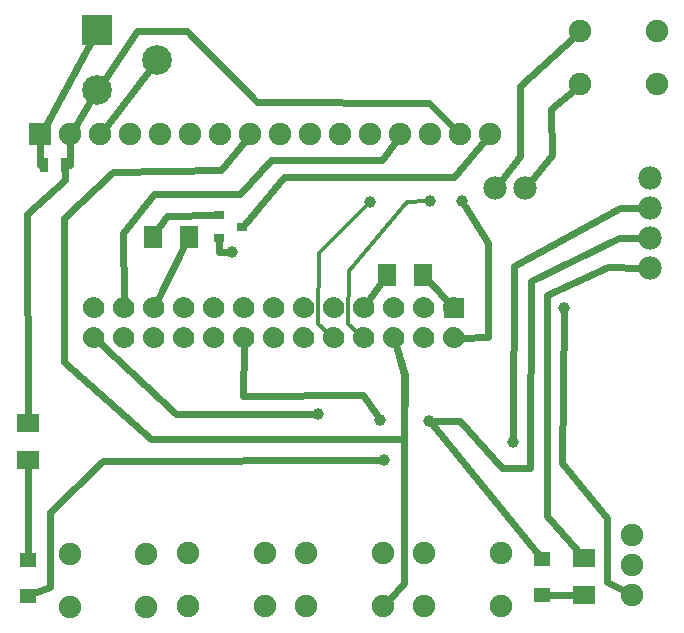
<source format=gtl>
G04 MADE WITH FRITZING*
G04 WWW.FRITZING.ORG*
G04 DOUBLE SIDED*
G04 HOLES PLATED*
G04 CONTOUR ON CENTER OF CONTOUR VECTOR*
%ASAXBY*%
%FSLAX23Y23*%
%MOIN*%
%OFA0B0*%
%SFA1.0B1.0*%
%ADD10C,0.075000*%
%ADD11C,0.039370*%
%ADD12C,0.099000*%
%ADD13C,0.070000*%
%ADD14C,0.078000*%
%ADD15R,0.075000X0.075000*%
%ADD16R,0.074803X0.062992*%
%ADD17R,0.062992X0.074803*%
%ADD18R,0.035433X0.031496*%
%ADD19R,0.031496X0.047244*%
%ADD20R,0.055118X0.047244*%
%ADD21R,0.099000X0.099000*%
%ADD22R,0.070000X0.070000*%
%ADD23C,0.024000*%
%ADD24C,0.012000*%
%ADD25R,0.001000X0.001000*%
%LNCOPPER1*%
G90*
G70*
G54D10*
X100Y1631D03*
X200Y1631D03*
X300Y1631D03*
X400Y1631D03*
X500Y1631D03*
X600Y1631D03*
X700Y1631D03*
X800Y1631D03*
X900Y1631D03*
X1000Y1631D03*
X1100Y1631D03*
X1200Y1631D03*
X1300Y1631D03*
X1400Y1631D03*
X1500Y1631D03*
X1600Y1631D03*
G54D11*
X1675Y604D03*
X1399Y1407D03*
X1506Y1407D03*
X1844Y1053D03*
X1025Y698D03*
X738Y1238D03*
X1199Y1406D03*
X1246Y545D03*
G54D10*
X1380Y234D03*
X1636Y234D03*
X1380Y57D03*
X1636Y57D03*
X198Y233D03*
X453Y233D03*
X198Y56D03*
X453Y56D03*
G54D12*
X289Y1778D03*
X289Y1978D03*
X489Y1878D03*
G54D10*
X592Y234D03*
X848Y234D03*
X592Y57D03*
X848Y57D03*
X986Y234D03*
X1242Y234D03*
X986Y57D03*
X1242Y57D03*
G54D13*
X1277Y1053D03*
X1177Y1053D03*
X1077Y1053D03*
X777Y1053D03*
X677Y1053D03*
X577Y1053D03*
X977Y1053D03*
X877Y1053D03*
X377Y1053D03*
X277Y1053D03*
X477Y1053D03*
X1277Y953D03*
X1177Y953D03*
X1077Y953D03*
X777Y953D03*
X677Y953D03*
X577Y953D03*
X977Y953D03*
X877Y953D03*
X377Y953D03*
X277Y953D03*
X477Y953D03*
X1477Y953D03*
X1377Y953D03*
X1477Y1053D03*
X1377Y1053D03*
G54D10*
X2155Y1797D03*
X1899Y1797D03*
X2155Y1974D03*
X1899Y1974D03*
G54D14*
X1616Y1450D03*
X1716Y1450D03*
X1616Y1450D03*
X1716Y1450D03*
G54D11*
X1233Y678D03*
X1395Y676D03*
G54D14*
X2132Y1486D03*
X2132Y1386D03*
X2132Y1286D03*
X2132Y1186D03*
G54D10*
X2073Y95D03*
X2073Y195D03*
X2073Y295D03*
G54D15*
X100Y1632D03*
G54D16*
X57Y667D03*
X57Y545D03*
X1911Y218D03*
X1911Y96D03*
G54D17*
X474Y1289D03*
X596Y1289D03*
G54D18*
X695Y1360D03*
X695Y1285D03*
X773Y1322D03*
G54D17*
X1376Y1163D03*
X1254Y1163D03*
G54D19*
X183Y1529D03*
X112Y1529D03*
G54D20*
X57Y210D03*
X57Y92D03*
X1773Y96D03*
X1773Y214D03*
G54D21*
X289Y1978D03*
G54D22*
X1477Y1053D03*
G54D23*
X57Y228D02*
X57Y519D01*
D02*
X54Y1364D02*
X57Y693D01*
D02*
X182Y1511D02*
X182Y1477D01*
D02*
X1878Y1955D02*
X1697Y1790D01*
G54D24*
D02*
X1321Y1406D02*
X1386Y1407D01*
G54D23*
D02*
X215Y1656D02*
X273Y1751D01*
D02*
X318Y1654D02*
X470Y1853D01*
G54D24*
D02*
X1126Y998D02*
X1128Y1175D01*
D02*
X1128Y1175D02*
X1321Y1406D01*
D02*
X1162Y966D02*
X1126Y998D01*
G54D23*
D02*
X114Y1656D02*
X274Y1950D01*
D02*
X309Y541D02*
X133Y371D01*
D02*
X1227Y545D02*
X309Y541D01*
D02*
X1735Y1474D02*
X1806Y1561D01*
D02*
X193Y1529D02*
X200Y1529D01*
D02*
X1480Y1652D02*
X1395Y1736D01*
D02*
X821Y1737D02*
X588Y1974D01*
D02*
X588Y1974D02*
X423Y1975D01*
D02*
X423Y1975D02*
X307Y1804D01*
D02*
X1395Y1736D02*
X821Y1737D01*
D02*
X1284Y1608D02*
X1238Y1544D01*
D02*
X376Y1301D02*
X377Y1079D01*
D02*
X480Y1432D02*
X376Y1301D01*
D02*
X766Y1432D02*
X480Y1432D01*
D02*
X867Y1544D02*
X766Y1432D01*
D02*
X1238Y1544D02*
X867Y1544D01*
D02*
X102Y1529D02*
X100Y1529D01*
G54D24*
D02*
X1026Y997D02*
X1062Y966D01*
D02*
X1028Y1235D02*
X1026Y997D01*
D02*
X1189Y1396D02*
X1028Y1235D01*
G54D23*
D02*
X1460Y1072D02*
X1402Y1135D01*
D02*
X1592Y955D02*
X1503Y953D01*
D02*
X1516Y1391D02*
X1592Y1269D01*
D02*
X1592Y1269D02*
X1592Y955D01*
D02*
X2032Y1384D02*
X2102Y1385D01*
D02*
X1675Y623D02*
X1679Y1190D01*
D02*
X1679Y1190D02*
X2032Y1384D01*
D02*
X1192Y1074D02*
X1232Y1131D01*
D02*
X912Y1489D02*
X782Y1332D01*
D02*
X1478Y1489D02*
X912Y1489D01*
D02*
X1582Y1610D02*
X1478Y1489D01*
D02*
X489Y1076D02*
X580Y1257D01*
D02*
X683Y1360D02*
X522Y1359D01*
D02*
X522Y1359D02*
X496Y1321D01*
D02*
X553Y698D02*
X1006Y698D01*
D02*
X297Y935D02*
X553Y698D01*
D02*
X777Y926D02*
X776Y758D01*
D02*
X1176Y762D02*
X1222Y694D01*
D02*
X776Y758D02*
X1176Y762D01*
D02*
X1844Y1034D02*
X1840Y535D01*
D02*
X1840Y535D02*
X1990Y352D01*
D02*
X1407Y661D02*
X1759Y232D01*
D02*
X1795Y96D02*
X1879Y96D01*
D02*
X1639Y518D02*
X1731Y518D01*
D02*
X2030Y1284D02*
X2102Y1285D01*
D02*
X1735Y1140D02*
X2030Y1284D01*
D02*
X1731Y518D02*
X1735Y1140D01*
D02*
X1414Y676D02*
X1497Y676D01*
D02*
X1497Y676D02*
X1639Y518D01*
D02*
X1789Y357D02*
X1888Y244D01*
D02*
X1790Y1096D02*
X1789Y357D01*
D02*
X1991Y1188D02*
X1790Y1096D01*
D02*
X2102Y1186D02*
X1991Y1188D01*
D02*
X133Y371D02*
X132Y120D01*
D02*
X132Y120D02*
X79Y100D01*
D02*
X1312Y827D02*
X1312Y134D01*
D02*
X1312Y134D02*
X1261Y78D01*
D02*
X1284Y927D02*
X1312Y827D01*
D02*
X1312Y615D02*
X468Y615D01*
D02*
X1314Y828D02*
X1312Y615D01*
D02*
X178Y872D02*
X180Y1352D01*
D02*
X341Y1506D02*
X703Y1510D01*
D02*
X1285Y928D02*
X1314Y828D01*
D02*
X468Y615D02*
X178Y872D01*
D02*
X703Y1510D02*
X782Y1609D01*
D02*
X180Y1352D02*
X341Y1506D01*
D02*
X182Y1477D02*
X54Y1364D01*
D02*
X200Y1529D02*
X200Y1603D01*
D02*
X100Y1529D02*
X100Y1603D01*
D02*
X1987Y137D02*
X2047Y107D01*
D02*
X1990Y352D02*
X1987Y137D01*
D02*
X695Y1238D02*
X719Y1238D01*
D02*
X695Y1275D02*
X695Y1238D01*
D02*
X1697Y1558D02*
X1634Y1474D01*
D02*
X1697Y1790D02*
X1697Y1558D01*
D02*
X1806Y1561D02*
X1803Y1716D01*
D02*
X1803Y1716D02*
X1878Y1778D01*
G54D25*
X272Y1088D02*
X282Y1088D01*
X372Y1088D02*
X382Y1088D01*
X472Y1088D02*
X482Y1088D01*
X572Y1088D02*
X582Y1088D01*
X672Y1088D02*
X682Y1088D01*
X772Y1088D02*
X782Y1088D01*
X872Y1088D02*
X882Y1088D01*
X972Y1088D02*
X982Y1088D01*
X1071Y1088D02*
X1082Y1088D01*
X1171Y1088D02*
X1182Y1088D01*
X1271Y1088D02*
X1282Y1088D01*
X1371Y1088D02*
X1382Y1088D01*
X1471Y1088D02*
X1482Y1088D01*
X268Y1087D02*
X286Y1087D01*
X368Y1087D02*
X386Y1087D01*
X468Y1087D02*
X486Y1087D01*
X568Y1087D02*
X586Y1087D01*
X668Y1087D02*
X686Y1087D01*
X768Y1087D02*
X786Y1087D01*
X868Y1087D02*
X886Y1087D01*
X968Y1087D02*
X986Y1087D01*
X1068Y1087D02*
X1086Y1087D01*
X1168Y1087D02*
X1186Y1087D01*
X1268Y1087D02*
X1286Y1087D01*
X1368Y1087D02*
X1386Y1087D01*
X1468Y1087D02*
X1486Y1087D01*
X265Y1086D02*
X288Y1086D01*
X365Y1086D02*
X388Y1086D01*
X465Y1086D02*
X488Y1086D01*
X565Y1086D02*
X588Y1086D01*
X665Y1086D02*
X688Y1086D01*
X765Y1086D02*
X788Y1086D01*
X865Y1086D02*
X888Y1086D01*
X965Y1086D02*
X988Y1086D01*
X1065Y1086D02*
X1088Y1086D01*
X1165Y1086D02*
X1188Y1086D01*
X1265Y1086D02*
X1288Y1086D01*
X1365Y1086D02*
X1388Y1086D01*
X1465Y1086D02*
X1488Y1086D01*
X263Y1085D02*
X291Y1085D01*
X363Y1085D02*
X391Y1085D01*
X463Y1085D02*
X491Y1085D01*
X563Y1085D02*
X591Y1085D01*
X663Y1085D02*
X690Y1085D01*
X763Y1085D02*
X790Y1085D01*
X863Y1085D02*
X890Y1085D01*
X963Y1085D02*
X990Y1085D01*
X1063Y1085D02*
X1090Y1085D01*
X1163Y1085D02*
X1190Y1085D01*
X1263Y1085D02*
X1290Y1085D01*
X1363Y1085D02*
X1390Y1085D01*
X1463Y1085D02*
X1490Y1085D01*
X261Y1084D02*
X292Y1084D01*
X361Y1084D02*
X392Y1084D01*
X461Y1084D02*
X492Y1084D01*
X561Y1084D02*
X592Y1084D01*
X661Y1084D02*
X692Y1084D01*
X761Y1084D02*
X792Y1084D01*
X861Y1084D02*
X892Y1084D01*
X961Y1084D02*
X992Y1084D01*
X1061Y1084D02*
X1092Y1084D01*
X1161Y1084D02*
X1192Y1084D01*
X1261Y1084D02*
X1292Y1084D01*
X1361Y1084D02*
X1392Y1084D01*
X1461Y1084D02*
X1492Y1084D01*
X260Y1083D02*
X294Y1083D01*
X359Y1083D02*
X394Y1083D01*
X459Y1083D02*
X494Y1083D01*
X559Y1083D02*
X594Y1083D01*
X659Y1083D02*
X694Y1083D01*
X759Y1083D02*
X794Y1083D01*
X859Y1083D02*
X894Y1083D01*
X959Y1083D02*
X994Y1083D01*
X1059Y1083D02*
X1094Y1083D01*
X1159Y1083D02*
X1194Y1083D01*
X1259Y1083D02*
X1294Y1083D01*
X1359Y1083D02*
X1394Y1083D01*
X1459Y1083D02*
X1494Y1083D01*
X258Y1082D02*
X296Y1082D01*
X358Y1082D02*
X396Y1082D01*
X458Y1082D02*
X496Y1082D01*
X558Y1082D02*
X596Y1082D01*
X658Y1082D02*
X695Y1082D01*
X758Y1082D02*
X795Y1082D01*
X858Y1082D02*
X895Y1082D01*
X958Y1082D02*
X995Y1082D01*
X1058Y1082D02*
X1095Y1082D01*
X1158Y1082D02*
X1195Y1082D01*
X1258Y1082D02*
X1295Y1082D01*
X1358Y1082D02*
X1395Y1082D01*
X1458Y1082D02*
X1495Y1082D01*
X257Y1081D02*
X297Y1081D01*
X357Y1081D02*
X397Y1081D01*
X457Y1081D02*
X497Y1081D01*
X557Y1081D02*
X597Y1081D01*
X657Y1081D02*
X697Y1081D01*
X757Y1081D02*
X797Y1081D01*
X857Y1081D02*
X897Y1081D01*
X957Y1081D02*
X997Y1081D01*
X1057Y1081D02*
X1097Y1081D01*
X1156Y1081D02*
X1197Y1081D01*
X1256Y1081D02*
X1297Y1081D01*
X1356Y1081D02*
X1397Y1081D01*
X1456Y1081D02*
X1497Y1081D01*
X255Y1080D02*
X298Y1080D01*
X355Y1080D02*
X398Y1080D01*
X455Y1080D02*
X498Y1080D01*
X555Y1080D02*
X598Y1080D01*
X655Y1080D02*
X698Y1080D01*
X755Y1080D02*
X798Y1080D01*
X855Y1080D02*
X898Y1080D01*
X955Y1080D02*
X998Y1080D01*
X1055Y1080D02*
X1098Y1080D01*
X1155Y1080D02*
X1198Y1080D01*
X1255Y1080D02*
X1298Y1080D01*
X1355Y1080D02*
X1398Y1080D01*
X1455Y1080D02*
X1498Y1080D01*
X254Y1079D02*
X299Y1079D01*
X354Y1079D02*
X399Y1079D01*
X454Y1079D02*
X499Y1079D01*
X554Y1079D02*
X599Y1079D01*
X654Y1079D02*
X699Y1079D01*
X754Y1079D02*
X799Y1079D01*
X854Y1079D02*
X899Y1079D01*
X954Y1079D02*
X999Y1079D01*
X1054Y1079D02*
X1099Y1079D01*
X1154Y1079D02*
X1199Y1079D01*
X1254Y1079D02*
X1299Y1079D01*
X1354Y1079D02*
X1399Y1079D01*
X1454Y1079D02*
X1499Y1079D01*
X253Y1078D02*
X300Y1078D01*
X353Y1078D02*
X400Y1078D01*
X453Y1078D02*
X500Y1078D01*
X553Y1078D02*
X600Y1078D01*
X653Y1078D02*
X700Y1078D01*
X753Y1078D02*
X800Y1078D01*
X853Y1078D02*
X900Y1078D01*
X953Y1078D02*
X1000Y1078D01*
X1053Y1078D02*
X1100Y1078D01*
X1153Y1078D02*
X1200Y1078D01*
X1253Y1078D02*
X1300Y1078D01*
X1353Y1078D02*
X1400Y1078D01*
X1453Y1078D02*
X1500Y1078D01*
X252Y1077D02*
X301Y1077D01*
X352Y1077D02*
X401Y1077D01*
X452Y1077D02*
X501Y1077D01*
X552Y1077D02*
X601Y1077D01*
X652Y1077D02*
X701Y1077D01*
X752Y1077D02*
X801Y1077D01*
X852Y1077D02*
X901Y1077D01*
X952Y1077D02*
X1001Y1077D01*
X1052Y1077D02*
X1101Y1077D01*
X1152Y1077D02*
X1201Y1077D01*
X1252Y1077D02*
X1301Y1077D01*
X1352Y1077D02*
X1401Y1077D01*
X1452Y1077D02*
X1501Y1077D01*
X251Y1076D02*
X302Y1076D01*
X351Y1076D02*
X402Y1076D01*
X451Y1076D02*
X502Y1076D01*
X551Y1076D02*
X602Y1076D01*
X651Y1076D02*
X702Y1076D01*
X751Y1076D02*
X802Y1076D01*
X851Y1076D02*
X902Y1076D01*
X951Y1076D02*
X1002Y1076D01*
X1051Y1076D02*
X1102Y1076D01*
X1151Y1076D02*
X1202Y1076D01*
X1251Y1076D02*
X1302Y1076D01*
X1351Y1076D02*
X1402Y1076D01*
X1451Y1076D02*
X1502Y1076D01*
X251Y1075D02*
X303Y1075D01*
X350Y1075D02*
X403Y1075D01*
X450Y1075D02*
X503Y1075D01*
X550Y1075D02*
X603Y1075D01*
X650Y1075D02*
X703Y1075D01*
X750Y1075D02*
X803Y1075D01*
X850Y1075D02*
X903Y1075D01*
X950Y1075D02*
X1003Y1075D01*
X1050Y1075D02*
X1103Y1075D01*
X1150Y1075D02*
X1203Y1075D01*
X1250Y1075D02*
X1303Y1075D01*
X1350Y1075D02*
X1403Y1075D01*
X1450Y1075D02*
X1503Y1075D01*
X250Y1074D02*
X304Y1074D01*
X350Y1074D02*
X404Y1074D01*
X450Y1074D02*
X504Y1074D01*
X550Y1074D02*
X604Y1074D01*
X650Y1074D02*
X704Y1074D01*
X750Y1074D02*
X804Y1074D01*
X850Y1074D02*
X904Y1074D01*
X950Y1074D02*
X1004Y1074D01*
X1050Y1074D02*
X1104Y1074D01*
X1150Y1074D02*
X1204Y1074D01*
X1250Y1074D02*
X1304Y1074D01*
X1350Y1074D02*
X1404Y1074D01*
X1449Y1074D02*
X1504Y1074D01*
X249Y1073D02*
X305Y1073D01*
X349Y1073D02*
X405Y1073D01*
X449Y1073D02*
X505Y1073D01*
X549Y1073D02*
X605Y1073D01*
X649Y1073D02*
X705Y1073D01*
X749Y1073D02*
X804Y1073D01*
X849Y1073D02*
X904Y1073D01*
X949Y1073D02*
X1004Y1073D01*
X1049Y1073D02*
X1104Y1073D01*
X1149Y1073D02*
X1204Y1073D01*
X1249Y1073D02*
X1304Y1073D01*
X1349Y1073D02*
X1404Y1073D01*
X1449Y1073D02*
X1504Y1073D01*
X248Y1072D02*
X305Y1072D01*
X348Y1072D02*
X405Y1072D01*
X448Y1072D02*
X505Y1072D01*
X548Y1072D02*
X605Y1072D01*
X648Y1072D02*
X705Y1072D01*
X748Y1072D02*
X805Y1072D01*
X848Y1072D02*
X905Y1072D01*
X948Y1072D02*
X1005Y1072D01*
X1048Y1072D02*
X1105Y1072D01*
X1148Y1072D02*
X1205Y1072D01*
X1248Y1072D02*
X1305Y1072D01*
X1348Y1072D02*
X1405Y1072D01*
X1448Y1072D02*
X1505Y1072D01*
X248Y1071D02*
X306Y1071D01*
X348Y1071D02*
X406Y1071D01*
X448Y1071D02*
X506Y1071D01*
X548Y1071D02*
X606Y1071D01*
X648Y1071D02*
X706Y1071D01*
X748Y1071D02*
X806Y1071D01*
X848Y1071D02*
X906Y1071D01*
X947Y1071D02*
X1006Y1071D01*
X1047Y1071D02*
X1106Y1071D01*
X1147Y1071D02*
X1206Y1071D01*
X1247Y1071D02*
X1306Y1071D01*
X1347Y1071D02*
X1406Y1071D01*
X1447Y1071D02*
X1506Y1071D01*
X247Y1070D02*
X307Y1070D01*
X347Y1070D02*
X407Y1070D01*
X447Y1070D02*
X507Y1070D01*
X547Y1070D02*
X607Y1070D01*
X647Y1070D02*
X706Y1070D01*
X747Y1070D02*
X806Y1070D01*
X847Y1070D02*
X906Y1070D01*
X947Y1070D02*
X1006Y1070D01*
X1047Y1070D02*
X1106Y1070D01*
X1147Y1070D02*
X1206Y1070D01*
X1247Y1070D02*
X1306Y1070D01*
X1347Y1070D02*
X1406Y1070D01*
X1447Y1070D02*
X1506Y1070D01*
X246Y1069D02*
X307Y1069D01*
X346Y1069D02*
X407Y1069D01*
X446Y1069D02*
X507Y1069D01*
X546Y1069D02*
X607Y1069D01*
X646Y1069D02*
X707Y1069D01*
X746Y1069D02*
X807Y1069D01*
X846Y1069D02*
X907Y1069D01*
X946Y1069D02*
X1007Y1069D01*
X1046Y1069D02*
X1107Y1069D01*
X1146Y1069D02*
X1207Y1069D01*
X1246Y1069D02*
X1307Y1069D01*
X1346Y1069D02*
X1407Y1069D01*
X1446Y1069D02*
X1507Y1069D01*
X246Y1068D02*
X271Y1068D01*
X282Y1068D02*
X308Y1068D01*
X346Y1068D02*
X371Y1068D01*
X382Y1068D02*
X408Y1068D01*
X446Y1068D02*
X471Y1068D01*
X482Y1068D02*
X508Y1068D01*
X546Y1068D02*
X571Y1068D01*
X582Y1068D02*
X608Y1068D01*
X646Y1068D02*
X671Y1068D01*
X682Y1068D02*
X708Y1068D01*
X746Y1068D02*
X771Y1068D01*
X782Y1068D02*
X808Y1068D01*
X846Y1068D02*
X871Y1068D01*
X882Y1068D02*
X908Y1068D01*
X946Y1068D02*
X971Y1068D01*
X982Y1068D02*
X1007Y1068D01*
X1046Y1068D02*
X1071Y1068D01*
X1082Y1068D02*
X1107Y1068D01*
X1146Y1068D02*
X1171Y1068D01*
X1182Y1068D02*
X1207Y1068D01*
X1246Y1068D02*
X1271Y1068D01*
X1282Y1068D02*
X1307Y1068D01*
X1346Y1068D02*
X1371Y1068D01*
X1382Y1068D02*
X1407Y1068D01*
X1446Y1068D02*
X1471Y1068D01*
X1482Y1068D02*
X1507Y1068D01*
X245Y1067D02*
X269Y1067D01*
X285Y1067D02*
X308Y1067D01*
X345Y1067D02*
X369Y1067D01*
X385Y1067D02*
X408Y1067D01*
X445Y1067D02*
X469Y1067D01*
X485Y1067D02*
X508Y1067D01*
X545Y1067D02*
X569Y1067D01*
X585Y1067D02*
X608Y1067D01*
X645Y1067D02*
X668Y1067D01*
X685Y1067D02*
X708Y1067D01*
X745Y1067D02*
X768Y1067D01*
X785Y1067D02*
X808Y1067D01*
X845Y1067D02*
X868Y1067D01*
X885Y1067D02*
X908Y1067D01*
X945Y1067D02*
X968Y1067D01*
X985Y1067D02*
X1008Y1067D01*
X1045Y1067D02*
X1068Y1067D01*
X1085Y1067D02*
X1108Y1067D01*
X1145Y1067D02*
X1168Y1067D01*
X1185Y1067D02*
X1208Y1067D01*
X1245Y1067D02*
X1268Y1067D01*
X1285Y1067D02*
X1308Y1067D01*
X1345Y1067D02*
X1368Y1067D01*
X1385Y1067D02*
X1408Y1067D01*
X1445Y1067D02*
X1468Y1067D01*
X1485Y1067D02*
X1508Y1067D01*
X245Y1066D02*
X267Y1066D01*
X287Y1066D02*
X309Y1066D01*
X345Y1066D02*
X367Y1066D01*
X387Y1066D02*
X409Y1066D01*
X445Y1066D02*
X467Y1066D01*
X487Y1066D02*
X509Y1066D01*
X545Y1066D02*
X567Y1066D01*
X587Y1066D02*
X609Y1066D01*
X645Y1066D02*
X667Y1066D01*
X687Y1066D02*
X709Y1066D01*
X745Y1066D02*
X767Y1066D01*
X787Y1066D02*
X808Y1066D01*
X845Y1066D02*
X867Y1066D01*
X887Y1066D02*
X908Y1066D01*
X945Y1066D02*
X967Y1066D01*
X987Y1066D02*
X1008Y1066D01*
X1045Y1066D02*
X1067Y1066D01*
X1087Y1066D02*
X1108Y1066D01*
X1145Y1066D02*
X1167Y1066D01*
X1187Y1066D02*
X1208Y1066D01*
X1245Y1066D02*
X1267Y1066D01*
X1287Y1066D02*
X1308Y1066D01*
X1345Y1066D02*
X1367Y1066D01*
X1387Y1066D02*
X1408Y1066D01*
X1445Y1066D02*
X1467Y1066D01*
X1487Y1066D02*
X1508Y1066D01*
X245Y1065D02*
X266Y1065D01*
X288Y1065D02*
X309Y1065D01*
X345Y1065D02*
X366Y1065D01*
X388Y1065D02*
X409Y1065D01*
X445Y1065D02*
X465Y1065D01*
X488Y1065D02*
X509Y1065D01*
X545Y1065D02*
X565Y1065D01*
X588Y1065D02*
X609Y1065D01*
X644Y1065D02*
X665Y1065D01*
X688Y1065D02*
X709Y1065D01*
X744Y1065D02*
X765Y1065D01*
X788Y1065D02*
X809Y1065D01*
X844Y1065D02*
X865Y1065D01*
X888Y1065D02*
X909Y1065D01*
X944Y1065D02*
X965Y1065D01*
X988Y1065D02*
X1009Y1065D01*
X1044Y1065D02*
X1065Y1065D01*
X1088Y1065D02*
X1109Y1065D01*
X1144Y1065D02*
X1165Y1065D01*
X1188Y1065D02*
X1209Y1065D01*
X1244Y1065D02*
X1265Y1065D01*
X1288Y1065D02*
X1309Y1065D01*
X1344Y1065D02*
X1365Y1065D01*
X1388Y1065D02*
X1409Y1065D01*
X1444Y1065D02*
X1465Y1065D01*
X1488Y1065D02*
X1509Y1065D01*
X244Y1064D02*
X265Y1064D01*
X289Y1064D02*
X309Y1064D01*
X344Y1064D02*
X365Y1064D01*
X389Y1064D02*
X409Y1064D01*
X444Y1064D02*
X465Y1064D01*
X489Y1064D02*
X509Y1064D01*
X544Y1064D02*
X565Y1064D01*
X589Y1064D02*
X609Y1064D01*
X644Y1064D02*
X665Y1064D01*
X689Y1064D02*
X709Y1064D01*
X744Y1064D02*
X764Y1064D01*
X789Y1064D02*
X809Y1064D01*
X844Y1064D02*
X864Y1064D01*
X889Y1064D02*
X909Y1064D01*
X944Y1064D02*
X964Y1064D01*
X989Y1064D02*
X1009Y1064D01*
X1044Y1064D02*
X1064Y1064D01*
X1089Y1064D02*
X1109Y1064D01*
X1144Y1064D02*
X1164Y1064D01*
X1189Y1064D02*
X1209Y1064D01*
X1244Y1064D02*
X1264Y1064D01*
X1289Y1064D02*
X1309Y1064D01*
X1344Y1064D02*
X1364Y1064D01*
X1389Y1064D02*
X1409Y1064D01*
X1444Y1064D02*
X1464Y1064D01*
X1489Y1064D02*
X1509Y1064D01*
X244Y1063D02*
X264Y1063D01*
X290Y1063D02*
X310Y1063D01*
X344Y1063D02*
X364Y1063D01*
X390Y1063D02*
X410Y1063D01*
X444Y1063D02*
X464Y1063D01*
X490Y1063D02*
X510Y1063D01*
X544Y1063D02*
X564Y1063D01*
X590Y1063D02*
X610Y1063D01*
X644Y1063D02*
X664Y1063D01*
X690Y1063D02*
X710Y1063D01*
X744Y1063D02*
X764Y1063D01*
X790Y1063D02*
X810Y1063D01*
X844Y1063D02*
X864Y1063D01*
X890Y1063D02*
X910Y1063D01*
X944Y1063D02*
X964Y1063D01*
X990Y1063D02*
X1010Y1063D01*
X1044Y1063D02*
X1064Y1063D01*
X1090Y1063D02*
X1110Y1063D01*
X1144Y1063D02*
X1164Y1063D01*
X1190Y1063D02*
X1210Y1063D01*
X1244Y1063D02*
X1264Y1063D01*
X1290Y1063D02*
X1310Y1063D01*
X1344Y1063D02*
X1364Y1063D01*
X1390Y1063D02*
X1410Y1063D01*
X1444Y1063D02*
X1464Y1063D01*
X1490Y1063D02*
X1509Y1063D01*
X244Y1062D02*
X263Y1062D01*
X290Y1062D02*
X310Y1062D01*
X344Y1062D02*
X363Y1062D01*
X390Y1062D02*
X410Y1062D01*
X444Y1062D02*
X463Y1062D01*
X490Y1062D02*
X510Y1062D01*
X543Y1062D02*
X563Y1062D01*
X590Y1062D02*
X610Y1062D01*
X643Y1062D02*
X663Y1062D01*
X690Y1062D02*
X710Y1062D01*
X743Y1062D02*
X763Y1062D01*
X790Y1062D02*
X810Y1062D01*
X843Y1062D02*
X863Y1062D01*
X890Y1062D02*
X910Y1062D01*
X943Y1062D02*
X963Y1062D01*
X990Y1062D02*
X1010Y1062D01*
X1043Y1062D02*
X1063Y1062D01*
X1090Y1062D02*
X1110Y1062D01*
X1143Y1062D02*
X1163Y1062D01*
X1190Y1062D02*
X1210Y1062D01*
X1243Y1062D02*
X1263Y1062D01*
X1290Y1062D02*
X1310Y1062D01*
X1343Y1062D02*
X1363Y1062D01*
X1390Y1062D02*
X1410Y1062D01*
X1443Y1062D02*
X1463Y1062D01*
X1490Y1062D02*
X1510Y1062D01*
X243Y1061D02*
X263Y1061D01*
X291Y1061D02*
X310Y1061D01*
X343Y1061D02*
X363Y1061D01*
X391Y1061D02*
X410Y1061D01*
X443Y1061D02*
X463Y1061D01*
X491Y1061D02*
X510Y1061D01*
X543Y1061D02*
X563Y1061D01*
X591Y1061D02*
X610Y1061D01*
X643Y1061D02*
X663Y1061D01*
X691Y1061D02*
X710Y1061D01*
X743Y1061D02*
X763Y1061D01*
X791Y1061D02*
X810Y1061D01*
X843Y1061D02*
X863Y1061D01*
X891Y1061D02*
X910Y1061D01*
X943Y1061D02*
X963Y1061D01*
X991Y1061D02*
X1010Y1061D01*
X1043Y1061D02*
X1063Y1061D01*
X1091Y1061D02*
X1110Y1061D01*
X1143Y1061D02*
X1163Y1061D01*
X1191Y1061D02*
X1210Y1061D01*
X1243Y1061D02*
X1263Y1061D01*
X1291Y1061D02*
X1310Y1061D01*
X1343Y1061D02*
X1363Y1061D01*
X1391Y1061D02*
X1410Y1061D01*
X1443Y1061D02*
X1462Y1061D01*
X1491Y1061D02*
X1510Y1061D01*
X243Y1060D02*
X262Y1060D01*
X291Y1060D02*
X311Y1060D01*
X343Y1060D02*
X362Y1060D01*
X391Y1060D02*
X411Y1060D01*
X443Y1060D02*
X462Y1060D01*
X491Y1060D02*
X511Y1060D01*
X543Y1060D02*
X562Y1060D01*
X591Y1060D02*
X610Y1060D01*
X643Y1060D02*
X662Y1060D01*
X691Y1060D02*
X710Y1060D01*
X743Y1060D02*
X762Y1060D01*
X791Y1060D02*
X810Y1060D01*
X843Y1060D02*
X862Y1060D01*
X891Y1060D02*
X910Y1060D01*
X943Y1060D02*
X962Y1060D01*
X991Y1060D02*
X1010Y1060D01*
X1043Y1060D02*
X1062Y1060D01*
X1091Y1060D02*
X1110Y1060D01*
X1143Y1060D02*
X1162Y1060D01*
X1191Y1060D02*
X1210Y1060D01*
X1243Y1060D02*
X1262Y1060D01*
X1291Y1060D02*
X1310Y1060D01*
X1343Y1060D02*
X1362Y1060D01*
X1391Y1060D02*
X1410Y1060D01*
X1443Y1060D02*
X1462Y1060D01*
X1491Y1060D02*
X1510Y1060D01*
X243Y1059D02*
X262Y1059D01*
X292Y1059D02*
X311Y1059D01*
X343Y1059D02*
X362Y1059D01*
X392Y1059D02*
X411Y1059D01*
X443Y1059D02*
X462Y1059D01*
X491Y1059D02*
X511Y1059D01*
X543Y1059D02*
X562Y1059D01*
X591Y1059D02*
X611Y1059D01*
X643Y1059D02*
X662Y1059D01*
X691Y1059D02*
X711Y1059D01*
X743Y1059D02*
X762Y1059D01*
X791Y1059D02*
X811Y1059D01*
X843Y1059D02*
X862Y1059D01*
X891Y1059D02*
X911Y1059D01*
X943Y1059D02*
X962Y1059D01*
X991Y1059D02*
X1011Y1059D01*
X1043Y1059D02*
X1062Y1059D01*
X1091Y1059D02*
X1111Y1059D01*
X1143Y1059D02*
X1162Y1059D01*
X1191Y1059D02*
X1211Y1059D01*
X1243Y1059D02*
X1262Y1059D01*
X1291Y1059D02*
X1311Y1059D01*
X1343Y1059D02*
X1362Y1059D01*
X1391Y1059D02*
X1410Y1059D01*
X1443Y1059D02*
X1462Y1059D01*
X1491Y1059D02*
X1510Y1059D01*
X243Y1058D02*
X262Y1058D01*
X292Y1058D02*
X311Y1058D01*
X343Y1058D02*
X362Y1058D01*
X392Y1058D02*
X411Y1058D01*
X443Y1058D02*
X462Y1058D01*
X492Y1058D02*
X511Y1058D01*
X543Y1058D02*
X562Y1058D01*
X592Y1058D02*
X611Y1058D01*
X643Y1058D02*
X662Y1058D01*
X692Y1058D02*
X711Y1058D01*
X743Y1058D02*
X762Y1058D01*
X792Y1058D02*
X811Y1058D01*
X843Y1058D02*
X862Y1058D01*
X892Y1058D02*
X911Y1058D01*
X943Y1058D02*
X962Y1058D01*
X992Y1058D02*
X1011Y1058D01*
X1042Y1058D02*
X1062Y1058D01*
X1092Y1058D02*
X1111Y1058D01*
X1142Y1058D02*
X1162Y1058D01*
X1192Y1058D02*
X1211Y1058D01*
X1242Y1058D02*
X1262Y1058D01*
X1292Y1058D02*
X1311Y1058D01*
X1342Y1058D02*
X1362Y1058D01*
X1392Y1058D02*
X1411Y1058D01*
X1442Y1058D02*
X1462Y1058D01*
X1492Y1058D02*
X1511Y1058D01*
X242Y1057D02*
X262Y1057D01*
X292Y1057D02*
X311Y1057D01*
X342Y1057D02*
X362Y1057D01*
X392Y1057D02*
X411Y1057D01*
X442Y1057D02*
X462Y1057D01*
X492Y1057D02*
X511Y1057D01*
X542Y1057D02*
X561Y1057D01*
X592Y1057D02*
X611Y1057D01*
X642Y1057D02*
X661Y1057D01*
X692Y1057D02*
X711Y1057D01*
X742Y1057D02*
X761Y1057D01*
X792Y1057D02*
X811Y1057D01*
X842Y1057D02*
X861Y1057D01*
X892Y1057D02*
X911Y1057D01*
X942Y1057D02*
X961Y1057D01*
X992Y1057D02*
X1011Y1057D01*
X1042Y1057D02*
X1061Y1057D01*
X1092Y1057D02*
X1111Y1057D01*
X1142Y1057D02*
X1161Y1057D01*
X1192Y1057D02*
X1211Y1057D01*
X1242Y1057D02*
X1261Y1057D01*
X1292Y1057D02*
X1311Y1057D01*
X1342Y1057D02*
X1361Y1057D01*
X1392Y1057D02*
X1411Y1057D01*
X1442Y1057D02*
X1461Y1057D01*
X1492Y1057D02*
X1511Y1057D01*
X242Y1056D02*
X261Y1056D01*
X292Y1056D02*
X311Y1056D01*
X342Y1056D02*
X361Y1056D01*
X392Y1056D02*
X411Y1056D01*
X442Y1056D02*
X461Y1056D01*
X492Y1056D02*
X511Y1056D01*
X542Y1056D02*
X561Y1056D01*
X592Y1056D02*
X611Y1056D01*
X642Y1056D02*
X661Y1056D01*
X692Y1056D02*
X711Y1056D01*
X742Y1056D02*
X761Y1056D01*
X792Y1056D02*
X811Y1056D01*
X842Y1056D02*
X861Y1056D01*
X892Y1056D02*
X911Y1056D01*
X942Y1056D02*
X961Y1056D01*
X992Y1056D02*
X1011Y1056D01*
X1042Y1056D02*
X1061Y1056D01*
X1092Y1056D02*
X1111Y1056D01*
X1142Y1056D02*
X1161Y1056D01*
X1192Y1056D02*
X1211Y1056D01*
X1242Y1056D02*
X1261Y1056D01*
X1292Y1056D02*
X1311Y1056D01*
X1342Y1056D02*
X1361Y1056D01*
X1392Y1056D02*
X1411Y1056D01*
X1442Y1056D02*
X1461Y1056D01*
X1492Y1056D02*
X1511Y1056D01*
X242Y1055D02*
X261Y1055D01*
X292Y1055D02*
X311Y1055D01*
X342Y1055D02*
X361Y1055D01*
X392Y1055D02*
X411Y1055D01*
X442Y1055D02*
X461Y1055D01*
X492Y1055D02*
X511Y1055D01*
X542Y1055D02*
X561Y1055D01*
X592Y1055D02*
X611Y1055D01*
X642Y1055D02*
X661Y1055D01*
X692Y1055D02*
X711Y1055D01*
X742Y1055D02*
X761Y1055D01*
X792Y1055D02*
X811Y1055D01*
X842Y1055D02*
X861Y1055D01*
X892Y1055D02*
X911Y1055D01*
X942Y1055D02*
X961Y1055D01*
X992Y1055D02*
X1011Y1055D01*
X1042Y1055D02*
X1061Y1055D01*
X1092Y1055D02*
X1111Y1055D01*
X1142Y1055D02*
X1161Y1055D01*
X1192Y1055D02*
X1211Y1055D01*
X1242Y1055D02*
X1261Y1055D01*
X1292Y1055D02*
X1311Y1055D01*
X1342Y1055D02*
X1361Y1055D01*
X1392Y1055D02*
X1411Y1055D01*
X1442Y1055D02*
X1461Y1055D01*
X1492Y1055D02*
X1511Y1055D01*
X242Y1054D02*
X261Y1054D01*
X292Y1054D02*
X311Y1054D01*
X342Y1054D02*
X361Y1054D01*
X392Y1054D02*
X411Y1054D01*
X442Y1054D02*
X461Y1054D01*
X492Y1054D02*
X511Y1054D01*
X542Y1054D02*
X561Y1054D01*
X592Y1054D02*
X611Y1054D01*
X642Y1054D02*
X661Y1054D01*
X692Y1054D02*
X711Y1054D01*
X742Y1054D02*
X761Y1054D01*
X792Y1054D02*
X811Y1054D01*
X842Y1054D02*
X861Y1054D01*
X892Y1054D02*
X911Y1054D01*
X942Y1054D02*
X961Y1054D01*
X992Y1054D02*
X1011Y1054D01*
X1042Y1054D02*
X1061Y1054D01*
X1092Y1054D02*
X1111Y1054D01*
X1142Y1054D02*
X1161Y1054D01*
X1192Y1054D02*
X1211Y1054D01*
X1242Y1054D02*
X1261Y1054D01*
X1292Y1054D02*
X1311Y1054D01*
X1342Y1054D02*
X1361Y1054D01*
X1392Y1054D02*
X1411Y1054D01*
X1442Y1054D02*
X1461Y1054D01*
X1492Y1054D02*
X1511Y1054D01*
X242Y1053D02*
X261Y1053D01*
X292Y1053D02*
X311Y1053D01*
X342Y1053D02*
X361Y1053D01*
X392Y1053D02*
X411Y1053D01*
X442Y1053D02*
X461Y1053D01*
X492Y1053D02*
X511Y1053D01*
X542Y1053D02*
X561Y1053D01*
X592Y1053D02*
X611Y1053D01*
X642Y1053D02*
X661Y1053D01*
X692Y1053D02*
X711Y1053D01*
X742Y1053D02*
X761Y1053D01*
X792Y1053D02*
X811Y1053D01*
X842Y1053D02*
X861Y1053D01*
X892Y1053D02*
X911Y1053D01*
X942Y1053D02*
X961Y1053D01*
X992Y1053D02*
X1011Y1053D01*
X1042Y1053D02*
X1061Y1053D01*
X1092Y1053D02*
X1111Y1053D01*
X1142Y1053D02*
X1161Y1053D01*
X1192Y1053D02*
X1211Y1053D01*
X1242Y1053D02*
X1261Y1053D01*
X1292Y1053D02*
X1311Y1053D01*
X1342Y1053D02*
X1361Y1053D01*
X1392Y1053D02*
X1411Y1053D01*
X1442Y1053D02*
X1461Y1053D01*
X1492Y1053D02*
X1511Y1053D01*
X242Y1052D02*
X261Y1052D01*
X292Y1052D02*
X311Y1052D01*
X342Y1052D02*
X361Y1052D01*
X392Y1052D02*
X411Y1052D01*
X442Y1052D02*
X461Y1052D01*
X492Y1052D02*
X511Y1052D01*
X542Y1052D02*
X561Y1052D01*
X592Y1052D02*
X611Y1052D01*
X642Y1052D02*
X661Y1052D01*
X692Y1052D02*
X711Y1052D01*
X742Y1052D02*
X761Y1052D01*
X792Y1052D02*
X811Y1052D01*
X842Y1052D02*
X861Y1052D01*
X892Y1052D02*
X911Y1052D01*
X942Y1052D02*
X961Y1052D01*
X992Y1052D02*
X1011Y1052D01*
X1042Y1052D02*
X1061Y1052D01*
X1092Y1052D02*
X1111Y1052D01*
X1142Y1052D02*
X1161Y1052D01*
X1192Y1052D02*
X1211Y1052D01*
X1242Y1052D02*
X1261Y1052D01*
X1292Y1052D02*
X1311Y1052D01*
X1342Y1052D02*
X1361Y1052D01*
X1392Y1052D02*
X1411Y1052D01*
X1442Y1052D02*
X1461Y1052D01*
X1492Y1052D02*
X1511Y1052D01*
X242Y1051D02*
X261Y1051D01*
X292Y1051D02*
X311Y1051D01*
X342Y1051D02*
X361Y1051D01*
X392Y1051D02*
X411Y1051D01*
X442Y1051D02*
X461Y1051D01*
X492Y1051D02*
X511Y1051D01*
X542Y1051D02*
X561Y1051D01*
X592Y1051D02*
X611Y1051D01*
X642Y1051D02*
X661Y1051D01*
X692Y1051D02*
X711Y1051D01*
X742Y1051D02*
X761Y1051D01*
X792Y1051D02*
X811Y1051D01*
X842Y1051D02*
X861Y1051D01*
X892Y1051D02*
X911Y1051D01*
X942Y1051D02*
X961Y1051D01*
X992Y1051D02*
X1011Y1051D01*
X1042Y1051D02*
X1061Y1051D01*
X1092Y1051D02*
X1111Y1051D01*
X1142Y1051D02*
X1161Y1051D01*
X1192Y1051D02*
X1211Y1051D01*
X1242Y1051D02*
X1261Y1051D01*
X1292Y1051D02*
X1311Y1051D01*
X1342Y1051D02*
X1361Y1051D01*
X1392Y1051D02*
X1411Y1051D01*
X1442Y1051D02*
X1461Y1051D01*
X1492Y1051D02*
X1511Y1051D01*
X243Y1050D02*
X262Y1050D01*
X292Y1050D02*
X311Y1050D01*
X343Y1050D02*
X362Y1050D01*
X392Y1050D02*
X411Y1050D01*
X442Y1050D02*
X462Y1050D01*
X492Y1050D02*
X511Y1050D01*
X542Y1050D02*
X562Y1050D01*
X592Y1050D02*
X611Y1050D01*
X642Y1050D02*
X662Y1050D01*
X692Y1050D02*
X711Y1050D01*
X742Y1050D02*
X761Y1050D01*
X792Y1050D02*
X811Y1050D01*
X842Y1050D02*
X861Y1050D01*
X892Y1050D02*
X911Y1050D01*
X942Y1050D02*
X961Y1050D01*
X992Y1050D02*
X1011Y1050D01*
X1042Y1050D02*
X1061Y1050D01*
X1092Y1050D02*
X1111Y1050D01*
X1142Y1050D02*
X1161Y1050D01*
X1192Y1050D02*
X1211Y1050D01*
X1242Y1050D02*
X1261Y1050D01*
X1292Y1050D02*
X1311Y1050D01*
X1342Y1050D02*
X1361Y1050D01*
X1392Y1050D02*
X1411Y1050D01*
X1442Y1050D02*
X1461Y1050D01*
X1492Y1050D02*
X1511Y1050D01*
X243Y1049D02*
X262Y1049D01*
X292Y1049D02*
X311Y1049D01*
X343Y1049D02*
X362Y1049D01*
X392Y1049D02*
X411Y1049D01*
X443Y1049D02*
X462Y1049D01*
X492Y1049D02*
X511Y1049D01*
X543Y1049D02*
X562Y1049D01*
X592Y1049D02*
X611Y1049D01*
X643Y1049D02*
X662Y1049D01*
X692Y1049D02*
X711Y1049D01*
X743Y1049D02*
X762Y1049D01*
X792Y1049D02*
X811Y1049D01*
X843Y1049D02*
X862Y1049D01*
X892Y1049D02*
X911Y1049D01*
X943Y1049D02*
X962Y1049D01*
X992Y1049D02*
X1011Y1049D01*
X1043Y1049D02*
X1062Y1049D01*
X1092Y1049D02*
X1111Y1049D01*
X1143Y1049D02*
X1162Y1049D01*
X1192Y1049D02*
X1211Y1049D01*
X1242Y1049D02*
X1262Y1049D01*
X1292Y1049D02*
X1311Y1049D01*
X1342Y1049D02*
X1362Y1049D01*
X1392Y1049D02*
X1411Y1049D01*
X1442Y1049D02*
X1462Y1049D01*
X1491Y1049D02*
X1511Y1049D01*
X243Y1048D02*
X262Y1048D01*
X291Y1048D02*
X311Y1048D01*
X343Y1048D02*
X362Y1048D01*
X391Y1048D02*
X411Y1048D01*
X443Y1048D02*
X462Y1048D01*
X491Y1048D02*
X511Y1048D01*
X543Y1048D02*
X562Y1048D01*
X591Y1048D02*
X611Y1048D01*
X643Y1048D02*
X662Y1048D01*
X691Y1048D02*
X711Y1048D01*
X743Y1048D02*
X762Y1048D01*
X791Y1048D02*
X811Y1048D01*
X843Y1048D02*
X862Y1048D01*
X891Y1048D02*
X911Y1048D01*
X943Y1048D02*
X962Y1048D01*
X991Y1048D02*
X1011Y1048D01*
X1043Y1048D02*
X1062Y1048D01*
X1091Y1048D02*
X1111Y1048D01*
X1143Y1048D02*
X1162Y1048D01*
X1191Y1048D02*
X1210Y1048D01*
X1243Y1048D02*
X1262Y1048D01*
X1291Y1048D02*
X1310Y1048D01*
X1343Y1048D02*
X1362Y1048D01*
X1391Y1048D02*
X1410Y1048D01*
X1443Y1048D02*
X1462Y1048D01*
X1491Y1048D02*
X1510Y1048D01*
X243Y1047D02*
X262Y1047D01*
X291Y1047D02*
X310Y1047D01*
X343Y1047D02*
X362Y1047D01*
X391Y1047D02*
X410Y1047D01*
X443Y1047D02*
X462Y1047D01*
X491Y1047D02*
X510Y1047D01*
X543Y1047D02*
X562Y1047D01*
X591Y1047D02*
X610Y1047D01*
X643Y1047D02*
X662Y1047D01*
X691Y1047D02*
X710Y1047D01*
X743Y1047D02*
X762Y1047D01*
X791Y1047D02*
X810Y1047D01*
X843Y1047D02*
X862Y1047D01*
X891Y1047D02*
X910Y1047D01*
X943Y1047D02*
X962Y1047D01*
X991Y1047D02*
X1010Y1047D01*
X1043Y1047D02*
X1062Y1047D01*
X1091Y1047D02*
X1110Y1047D01*
X1143Y1047D02*
X1162Y1047D01*
X1191Y1047D02*
X1210Y1047D01*
X1243Y1047D02*
X1262Y1047D01*
X1291Y1047D02*
X1310Y1047D01*
X1343Y1047D02*
X1362Y1047D01*
X1391Y1047D02*
X1410Y1047D01*
X1443Y1047D02*
X1462Y1047D01*
X1491Y1047D02*
X1510Y1047D01*
X243Y1046D02*
X263Y1046D01*
X291Y1046D02*
X310Y1046D01*
X343Y1046D02*
X363Y1046D01*
X391Y1046D02*
X410Y1046D01*
X443Y1046D02*
X463Y1046D01*
X491Y1046D02*
X510Y1046D01*
X543Y1046D02*
X563Y1046D01*
X591Y1046D02*
X610Y1046D01*
X643Y1046D02*
X663Y1046D01*
X691Y1046D02*
X710Y1046D01*
X743Y1046D02*
X763Y1046D01*
X791Y1046D02*
X810Y1046D01*
X843Y1046D02*
X863Y1046D01*
X891Y1046D02*
X910Y1046D01*
X943Y1046D02*
X963Y1046D01*
X991Y1046D02*
X1010Y1046D01*
X1043Y1046D02*
X1063Y1046D01*
X1091Y1046D02*
X1110Y1046D01*
X1143Y1046D02*
X1163Y1046D01*
X1191Y1046D02*
X1210Y1046D01*
X1243Y1046D02*
X1263Y1046D01*
X1291Y1046D02*
X1310Y1046D01*
X1343Y1046D02*
X1363Y1046D01*
X1391Y1046D02*
X1410Y1046D01*
X1443Y1046D02*
X1463Y1046D01*
X1490Y1046D02*
X1510Y1046D01*
X244Y1045D02*
X263Y1045D01*
X290Y1045D02*
X310Y1045D01*
X344Y1045D02*
X363Y1045D01*
X390Y1045D02*
X410Y1045D01*
X444Y1045D02*
X463Y1045D01*
X490Y1045D02*
X510Y1045D01*
X544Y1045D02*
X563Y1045D01*
X590Y1045D02*
X610Y1045D01*
X644Y1045D02*
X663Y1045D01*
X690Y1045D02*
X710Y1045D01*
X744Y1045D02*
X763Y1045D01*
X790Y1045D02*
X810Y1045D01*
X843Y1045D02*
X863Y1045D01*
X890Y1045D02*
X910Y1045D01*
X943Y1045D02*
X963Y1045D01*
X990Y1045D02*
X1010Y1045D01*
X1043Y1045D02*
X1063Y1045D01*
X1090Y1045D02*
X1110Y1045D01*
X1143Y1045D02*
X1163Y1045D01*
X1190Y1045D02*
X1210Y1045D01*
X1243Y1045D02*
X1263Y1045D01*
X1290Y1045D02*
X1310Y1045D01*
X1343Y1045D02*
X1363Y1045D01*
X1390Y1045D02*
X1410Y1045D01*
X1443Y1045D02*
X1463Y1045D01*
X1490Y1045D02*
X1510Y1045D01*
X244Y1044D02*
X264Y1044D01*
X290Y1044D02*
X310Y1044D01*
X344Y1044D02*
X364Y1044D01*
X390Y1044D02*
X410Y1044D01*
X444Y1044D02*
X464Y1044D01*
X490Y1044D02*
X510Y1044D01*
X544Y1044D02*
X564Y1044D01*
X590Y1044D02*
X610Y1044D01*
X644Y1044D02*
X664Y1044D01*
X690Y1044D02*
X710Y1044D01*
X744Y1044D02*
X764Y1044D01*
X789Y1044D02*
X810Y1044D01*
X844Y1044D02*
X864Y1044D01*
X889Y1044D02*
X910Y1044D01*
X944Y1044D02*
X964Y1044D01*
X989Y1044D02*
X1010Y1044D01*
X1044Y1044D02*
X1064Y1044D01*
X1089Y1044D02*
X1110Y1044D01*
X1144Y1044D02*
X1164Y1044D01*
X1189Y1044D02*
X1209Y1044D01*
X1244Y1044D02*
X1264Y1044D01*
X1289Y1044D02*
X1309Y1044D01*
X1344Y1044D02*
X1364Y1044D01*
X1389Y1044D02*
X1409Y1044D01*
X1444Y1044D02*
X1464Y1044D01*
X1489Y1044D02*
X1509Y1044D01*
X244Y1043D02*
X265Y1043D01*
X289Y1043D02*
X309Y1043D01*
X344Y1043D02*
X365Y1043D01*
X389Y1043D02*
X409Y1043D01*
X444Y1043D02*
X465Y1043D01*
X489Y1043D02*
X509Y1043D01*
X544Y1043D02*
X565Y1043D01*
X589Y1043D02*
X609Y1043D01*
X644Y1043D02*
X665Y1043D01*
X689Y1043D02*
X709Y1043D01*
X744Y1043D02*
X765Y1043D01*
X789Y1043D02*
X809Y1043D01*
X844Y1043D02*
X865Y1043D01*
X889Y1043D02*
X909Y1043D01*
X944Y1043D02*
X965Y1043D01*
X989Y1043D02*
X1009Y1043D01*
X1044Y1043D02*
X1065Y1043D01*
X1089Y1043D02*
X1109Y1043D01*
X1144Y1043D02*
X1165Y1043D01*
X1189Y1043D02*
X1209Y1043D01*
X1244Y1043D02*
X1265Y1043D01*
X1289Y1043D02*
X1309Y1043D01*
X1344Y1043D02*
X1365Y1043D01*
X1389Y1043D02*
X1409Y1043D01*
X1444Y1043D02*
X1465Y1043D01*
X1489Y1043D02*
X1509Y1043D01*
X245Y1042D02*
X266Y1042D01*
X288Y1042D02*
X309Y1042D01*
X345Y1042D02*
X366Y1042D01*
X388Y1042D02*
X409Y1042D01*
X445Y1042D02*
X466Y1042D01*
X488Y1042D02*
X509Y1042D01*
X545Y1042D02*
X566Y1042D01*
X588Y1042D02*
X609Y1042D01*
X645Y1042D02*
X666Y1042D01*
X688Y1042D02*
X709Y1042D01*
X745Y1042D02*
X766Y1042D01*
X788Y1042D02*
X809Y1042D01*
X845Y1042D02*
X866Y1042D01*
X888Y1042D02*
X909Y1042D01*
X945Y1042D02*
X966Y1042D01*
X988Y1042D02*
X1009Y1042D01*
X1044Y1042D02*
X1066Y1042D01*
X1088Y1042D02*
X1109Y1042D01*
X1144Y1042D02*
X1166Y1042D01*
X1188Y1042D02*
X1209Y1042D01*
X1244Y1042D02*
X1266Y1042D01*
X1288Y1042D02*
X1309Y1042D01*
X1344Y1042D02*
X1366Y1042D01*
X1388Y1042D02*
X1409Y1042D01*
X1444Y1042D02*
X1466Y1042D01*
X1488Y1042D02*
X1509Y1042D01*
X245Y1041D02*
X267Y1041D01*
X286Y1041D02*
X309Y1041D01*
X345Y1041D02*
X367Y1041D01*
X386Y1041D02*
X408Y1041D01*
X445Y1041D02*
X467Y1041D01*
X486Y1041D02*
X508Y1041D01*
X545Y1041D02*
X567Y1041D01*
X586Y1041D02*
X608Y1041D01*
X645Y1041D02*
X667Y1041D01*
X686Y1041D02*
X708Y1041D01*
X745Y1041D02*
X767Y1041D01*
X786Y1041D02*
X808Y1041D01*
X845Y1041D02*
X867Y1041D01*
X886Y1041D02*
X908Y1041D01*
X945Y1041D02*
X967Y1041D01*
X986Y1041D02*
X1008Y1041D01*
X1045Y1041D02*
X1067Y1041D01*
X1086Y1041D02*
X1108Y1041D01*
X1145Y1041D02*
X1167Y1041D01*
X1186Y1041D02*
X1208Y1041D01*
X1245Y1041D02*
X1267Y1041D01*
X1286Y1041D02*
X1308Y1041D01*
X1345Y1041D02*
X1367Y1041D01*
X1386Y1041D02*
X1408Y1041D01*
X1445Y1041D02*
X1467Y1041D01*
X1486Y1041D02*
X1508Y1041D01*
X246Y1040D02*
X269Y1040D01*
X285Y1040D02*
X308Y1040D01*
X346Y1040D02*
X369Y1040D01*
X385Y1040D02*
X408Y1040D01*
X445Y1040D02*
X469Y1040D01*
X485Y1040D02*
X508Y1040D01*
X545Y1040D02*
X569Y1040D01*
X584Y1040D02*
X608Y1040D01*
X645Y1040D02*
X669Y1040D01*
X684Y1040D02*
X708Y1040D01*
X745Y1040D02*
X769Y1040D01*
X784Y1040D02*
X808Y1040D01*
X845Y1040D02*
X869Y1040D01*
X884Y1040D02*
X908Y1040D01*
X945Y1040D02*
X969Y1040D01*
X984Y1040D02*
X1008Y1040D01*
X1045Y1040D02*
X1069Y1040D01*
X1084Y1040D02*
X1108Y1040D01*
X1145Y1040D02*
X1169Y1040D01*
X1184Y1040D02*
X1208Y1040D01*
X1245Y1040D02*
X1269Y1040D01*
X1284Y1040D02*
X1308Y1040D01*
X1345Y1040D02*
X1369Y1040D01*
X1384Y1040D02*
X1408Y1040D01*
X1445Y1040D02*
X1469Y1040D01*
X1484Y1040D02*
X1508Y1040D01*
X246Y1039D02*
X272Y1039D01*
X281Y1039D02*
X308Y1039D01*
X346Y1039D02*
X372Y1039D01*
X381Y1039D02*
X408Y1039D01*
X446Y1039D02*
X472Y1039D01*
X481Y1039D02*
X507Y1039D01*
X546Y1039D02*
X572Y1039D01*
X581Y1039D02*
X607Y1039D01*
X646Y1039D02*
X672Y1039D01*
X681Y1039D02*
X707Y1039D01*
X746Y1039D02*
X772Y1039D01*
X781Y1039D02*
X807Y1039D01*
X846Y1039D02*
X872Y1039D01*
X881Y1039D02*
X907Y1039D01*
X946Y1039D02*
X972Y1039D01*
X981Y1039D02*
X1007Y1039D01*
X1046Y1039D02*
X1072Y1039D01*
X1081Y1039D02*
X1107Y1039D01*
X1146Y1039D02*
X1172Y1039D01*
X1181Y1039D02*
X1207Y1039D01*
X1246Y1039D02*
X1272Y1039D01*
X1281Y1039D02*
X1307Y1039D01*
X1346Y1039D02*
X1372Y1039D01*
X1381Y1039D02*
X1407Y1039D01*
X1446Y1039D02*
X1472Y1039D01*
X1481Y1039D02*
X1507Y1039D01*
X247Y1038D02*
X307Y1038D01*
X347Y1038D02*
X407Y1038D01*
X447Y1038D02*
X507Y1038D01*
X546Y1038D02*
X607Y1038D01*
X646Y1038D02*
X707Y1038D01*
X746Y1038D02*
X807Y1038D01*
X846Y1038D02*
X907Y1038D01*
X946Y1038D02*
X1007Y1038D01*
X1046Y1038D02*
X1107Y1038D01*
X1146Y1038D02*
X1207Y1038D01*
X1246Y1038D02*
X1307Y1038D01*
X1346Y1038D02*
X1407Y1038D01*
X1446Y1038D02*
X1507Y1038D01*
X247Y1037D02*
X306Y1037D01*
X347Y1037D02*
X406Y1037D01*
X447Y1037D02*
X506Y1037D01*
X547Y1037D02*
X606Y1037D01*
X647Y1037D02*
X706Y1037D01*
X747Y1037D02*
X806Y1037D01*
X847Y1037D02*
X906Y1037D01*
X947Y1037D02*
X1006Y1037D01*
X1047Y1037D02*
X1106Y1037D01*
X1147Y1037D02*
X1206Y1037D01*
X1247Y1037D02*
X1306Y1037D01*
X1347Y1037D02*
X1406Y1037D01*
X1447Y1037D02*
X1506Y1037D01*
X248Y1036D02*
X306Y1036D01*
X348Y1036D02*
X406Y1036D01*
X448Y1036D02*
X506Y1036D01*
X548Y1036D02*
X606Y1036D01*
X648Y1036D02*
X706Y1036D01*
X748Y1036D02*
X806Y1036D01*
X848Y1036D02*
X906Y1036D01*
X948Y1036D02*
X1006Y1036D01*
X1048Y1036D02*
X1106Y1036D01*
X1148Y1036D02*
X1206Y1036D01*
X1248Y1036D02*
X1306Y1036D01*
X1348Y1036D02*
X1406Y1036D01*
X1448Y1036D02*
X1506Y1036D01*
X248Y1035D02*
X305Y1035D01*
X348Y1035D02*
X405Y1035D01*
X448Y1035D02*
X505Y1035D01*
X548Y1035D02*
X605Y1035D01*
X648Y1035D02*
X705Y1035D01*
X748Y1035D02*
X805Y1035D01*
X848Y1035D02*
X905Y1035D01*
X948Y1035D02*
X1005Y1035D01*
X1048Y1035D02*
X1105Y1035D01*
X1148Y1035D02*
X1205Y1035D01*
X1248Y1035D02*
X1305Y1035D01*
X1348Y1035D02*
X1405Y1035D01*
X1448Y1035D02*
X1505Y1035D01*
X249Y1034D02*
X304Y1034D01*
X349Y1034D02*
X404Y1034D01*
X449Y1034D02*
X504Y1034D01*
X549Y1034D02*
X604Y1034D01*
X649Y1034D02*
X704Y1034D01*
X749Y1034D02*
X804Y1034D01*
X849Y1034D02*
X904Y1034D01*
X949Y1034D02*
X1004Y1034D01*
X1049Y1034D02*
X1104Y1034D01*
X1149Y1034D02*
X1204Y1034D01*
X1249Y1034D02*
X1304Y1034D01*
X1349Y1034D02*
X1404Y1034D01*
X1449Y1034D02*
X1504Y1034D01*
X250Y1033D02*
X304Y1033D01*
X350Y1033D02*
X404Y1033D01*
X450Y1033D02*
X504Y1033D01*
X550Y1033D02*
X604Y1033D01*
X650Y1033D02*
X704Y1033D01*
X750Y1033D02*
X804Y1033D01*
X850Y1033D02*
X904Y1033D01*
X950Y1033D02*
X1004Y1033D01*
X1050Y1033D02*
X1103Y1033D01*
X1150Y1033D02*
X1203Y1033D01*
X1250Y1033D02*
X1303Y1033D01*
X1350Y1033D02*
X1403Y1033D01*
X1450Y1033D02*
X1503Y1033D01*
X251Y1032D02*
X303Y1032D01*
X351Y1032D02*
X403Y1032D01*
X451Y1032D02*
X503Y1032D01*
X551Y1032D02*
X603Y1032D01*
X651Y1032D02*
X703Y1032D01*
X751Y1032D02*
X803Y1032D01*
X851Y1032D02*
X903Y1032D01*
X951Y1032D02*
X1003Y1032D01*
X1051Y1032D02*
X1103Y1032D01*
X1150Y1032D02*
X1203Y1032D01*
X1250Y1032D02*
X1303Y1032D01*
X1350Y1032D02*
X1403Y1032D01*
X1450Y1032D02*
X1503Y1032D01*
X252Y1031D02*
X302Y1031D01*
X352Y1031D02*
X402Y1031D01*
X452Y1031D02*
X502Y1031D01*
X551Y1031D02*
X602Y1031D01*
X651Y1031D02*
X702Y1031D01*
X751Y1031D02*
X802Y1031D01*
X851Y1031D02*
X902Y1031D01*
X951Y1031D02*
X1002Y1031D01*
X1051Y1031D02*
X1102Y1031D01*
X1151Y1031D02*
X1202Y1031D01*
X1251Y1031D02*
X1302Y1031D01*
X1351Y1031D02*
X1402Y1031D01*
X1451Y1031D02*
X1502Y1031D01*
X252Y1030D02*
X301Y1030D01*
X352Y1030D02*
X401Y1030D01*
X452Y1030D02*
X501Y1030D01*
X552Y1030D02*
X601Y1030D01*
X652Y1030D02*
X701Y1030D01*
X752Y1030D02*
X801Y1030D01*
X852Y1030D02*
X901Y1030D01*
X952Y1030D02*
X1001Y1030D01*
X1052Y1030D02*
X1101Y1030D01*
X1152Y1030D02*
X1201Y1030D01*
X1252Y1030D02*
X1301Y1030D01*
X1352Y1030D02*
X1401Y1030D01*
X1452Y1030D02*
X1501Y1030D01*
X253Y1029D02*
X300Y1029D01*
X353Y1029D02*
X400Y1029D01*
X453Y1029D02*
X500Y1029D01*
X553Y1029D02*
X600Y1029D01*
X653Y1029D02*
X700Y1029D01*
X753Y1029D02*
X800Y1029D01*
X853Y1029D02*
X900Y1029D01*
X953Y1029D02*
X1000Y1029D01*
X1053Y1029D02*
X1100Y1029D01*
X1153Y1029D02*
X1200Y1029D01*
X1253Y1029D02*
X1300Y1029D01*
X1353Y1029D02*
X1400Y1029D01*
X1453Y1029D02*
X1500Y1029D01*
X255Y1028D02*
X299Y1028D01*
X355Y1028D02*
X399Y1028D01*
X455Y1028D02*
X499Y1028D01*
X554Y1028D02*
X599Y1028D01*
X654Y1028D02*
X699Y1028D01*
X754Y1028D02*
X799Y1028D01*
X854Y1028D02*
X899Y1028D01*
X954Y1028D02*
X999Y1028D01*
X1054Y1028D02*
X1099Y1028D01*
X1154Y1028D02*
X1199Y1028D01*
X1254Y1028D02*
X1299Y1028D01*
X1354Y1028D02*
X1399Y1028D01*
X1454Y1028D02*
X1499Y1028D01*
X256Y1027D02*
X298Y1027D01*
X356Y1027D02*
X398Y1027D01*
X456Y1027D02*
X498Y1027D01*
X556Y1027D02*
X598Y1027D01*
X656Y1027D02*
X698Y1027D01*
X756Y1027D02*
X798Y1027D01*
X856Y1027D02*
X898Y1027D01*
X956Y1027D02*
X998Y1027D01*
X1056Y1027D02*
X1098Y1027D01*
X1155Y1027D02*
X1198Y1027D01*
X1255Y1027D02*
X1298Y1027D01*
X1355Y1027D02*
X1398Y1027D01*
X1455Y1027D02*
X1498Y1027D01*
X257Y1026D02*
X297Y1026D01*
X357Y1026D02*
X397Y1026D01*
X457Y1026D02*
X497Y1026D01*
X557Y1026D02*
X597Y1026D01*
X657Y1026D02*
X697Y1026D01*
X757Y1026D02*
X797Y1026D01*
X857Y1026D02*
X896Y1026D01*
X957Y1026D02*
X996Y1026D01*
X1057Y1026D02*
X1096Y1026D01*
X1157Y1026D02*
X1196Y1026D01*
X1257Y1026D02*
X1296Y1026D01*
X1357Y1026D02*
X1396Y1026D01*
X1457Y1026D02*
X1496Y1026D01*
X258Y1025D02*
X295Y1025D01*
X358Y1025D02*
X395Y1025D01*
X458Y1025D02*
X495Y1025D01*
X558Y1025D02*
X595Y1025D01*
X658Y1025D02*
X695Y1025D01*
X758Y1025D02*
X795Y1025D01*
X858Y1025D02*
X895Y1025D01*
X958Y1025D02*
X995Y1025D01*
X1058Y1025D02*
X1095Y1025D01*
X1158Y1025D02*
X1195Y1025D01*
X1258Y1025D02*
X1295Y1025D01*
X1358Y1025D02*
X1395Y1025D01*
X1458Y1025D02*
X1495Y1025D01*
X260Y1024D02*
X294Y1024D01*
X360Y1024D02*
X394Y1024D01*
X460Y1024D02*
X494Y1024D01*
X560Y1024D02*
X594Y1024D01*
X660Y1024D02*
X694Y1024D01*
X760Y1024D02*
X794Y1024D01*
X860Y1024D02*
X894Y1024D01*
X960Y1024D02*
X994Y1024D01*
X1060Y1024D02*
X1094Y1024D01*
X1160Y1024D02*
X1194Y1024D01*
X1260Y1024D02*
X1294Y1024D01*
X1360Y1024D02*
X1394Y1024D01*
X1460Y1024D02*
X1493Y1024D01*
X261Y1023D02*
X292Y1023D01*
X361Y1023D02*
X392Y1023D01*
X461Y1023D02*
X492Y1023D01*
X561Y1023D02*
X592Y1023D01*
X661Y1023D02*
X692Y1023D01*
X761Y1023D02*
X792Y1023D01*
X861Y1023D02*
X892Y1023D01*
X961Y1023D02*
X992Y1023D01*
X1061Y1023D02*
X1092Y1023D01*
X1161Y1023D02*
X1192Y1023D01*
X1261Y1023D02*
X1292Y1023D01*
X1361Y1023D02*
X1392Y1023D01*
X1461Y1023D02*
X1492Y1023D01*
X263Y1022D02*
X290Y1022D01*
X363Y1022D02*
X390Y1022D01*
X463Y1022D02*
X490Y1022D01*
X563Y1022D02*
X590Y1022D01*
X663Y1022D02*
X690Y1022D01*
X763Y1022D02*
X790Y1022D01*
X863Y1022D02*
X890Y1022D01*
X963Y1022D02*
X990Y1022D01*
X1063Y1022D02*
X1090Y1022D01*
X1163Y1022D02*
X1190Y1022D01*
X1263Y1022D02*
X1290Y1022D01*
X1363Y1022D02*
X1390Y1022D01*
X1463Y1022D02*
X1490Y1022D01*
X266Y1021D02*
X288Y1021D01*
X366Y1021D02*
X388Y1021D01*
X466Y1021D02*
X488Y1021D01*
X566Y1021D02*
X588Y1021D01*
X666Y1021D02*
X688Y1021D01*
X766Y1021D02*
X788Y1021D01*
X866Y1021D02*
X888Y1021D01*
X966Y1021D02*
X988Y1021D01*
X1065Y1021D02*
X1088Y1021D01*
X1165Y1021D02*
X1188Y1021D01*
X1265Y1021D02*
X1288Y1021D01*
X1365Y1021D02*
X1388Y1021D01*
X1465Y1021D02*
X1488Y1021D01*
X268Y1020D02*
X285Y1020D01*
X368Y1020D02*
X385Y1020D01*
X468Y1020D02*
X485Y1020D01*
X568Y1020D02*
X585Y1020D01*
X668Y1020D02*
X685Y1020D01*
X768Y1020D02*
X785Y1020D01*
X868Y1020D02*
X885Y1020D01*
X968Y1020D02*
X985Y1020D01*
X1068Y1020D02*
X1085Y1020D01*
X1168Y1020D02*
X1185Y1020D01*
X1268Y1020D02*
X1285Y1020D01*
X1368Y1020D02*
X1385Y1020D01*
X1468Y1020D02*
X1485Y1020D01*
X273Y1019D02*
X281Y1019D01*
X373Y1019D02*
X381Y1019D01*
X473Y1019D02*
X481Y1019D01*
X573Y1019D02*
X581Y1019D01*
X673Y1019D02*
X681Y1019D01*
X773Y1019D02*
X781Y1019D01*
X873Y1019D02*
X881Y1019D01*
X973Y1019D02*
X981Y1019D01*
X1073Y1019D02*
X1081Y1019D01*
X1173Y1019D02*
X1181Y1019D01*
X1273Y1019D02*
X1281Y1019D01*
X1373Y1019D02*
X1380Y1019D01*
X1473Y1019D02*
X1480Y1019D01*
X271Y988D02*
X282Y988D01*
X371Y988D02*
X382Y988D01*
X471Y988D02*
X482Y988D01*
X571Y988D02*
X582Y988D01*
X671Y988D02*
X682Y988D01*
X771Y988D02*
X782Y988D01*
X871Y988D02*
X882Y988D01*
X971Y988D02*
X982Y988D01*
X1071Y988D02*
X1082Y988D01*
X1171Y988D02*
X1182Y988D01*
X1271Y988D02*
X1282Y988D01*
X1371Y988D02*
X1382Y988D01*
X1471Y988D02*
X1482Y988D01*
X268Y987D02*
X286Y987D01*
X368Y987D02*
X386Y987D01*
X468Y987D02*
X486Y987D01*
X568Y987D02*
X586Y987D01*
X668Y987D02*
X686Y987D01*
X767Y987D02*
X786Y987D01*
X867Y987D02*
X886Y987D01*
X967Y987D02*
X986Y987D01*
X1067Y987D02*
X1086Y987D01*
X1167Y987D02*
X1186Y987D01*
X1267Y987D02*
X1286Y987D01*
X1367Y987D02*
X1386Y987D01*
X1467Y987D02*
X1486Y987D01*
X265Y986D02*
X289Y986D01*
X365Y986D02*
X389Y986D01*
X465Y986D02*
X489Y986D01*
X565Y986D02*
X588Y986D01*
X665Y986D02*
X688Y986D01*
X765Y986D02*
X788Y986D01*
X865Y986D02*
X888Y986D01*
X965Y986D02*
X988Y986D01*
X1065Y986D02*
X1088Y986D01*
X1165Y986D02*
X1188Y986D01*
X1265Y986D02*
X1288Y986D01*
X1365Y986D02*
X1388Y986D01*
X1465Y986D02*
X1488Y986D01*
X263Y985D02*
X291Y985D01*
X363Y985D02*
X391Y985D01*
X463Y985D02*
X491Y985D01*
X563Y985D02*
X591Y985D01*
X663Y985D02*
X691Y985D01*
X763Y985D02*
X791Y985D01*
X863Y985D02*
X891Y985D01*
X963Y985D02*
X991Y985D01*
X1063Y985D02*
X1090Y985D01*
X1163Y985D02*
X1190Y985D01*
X1263Y985D02*
X1290Y985D01*
X1363Y985D02*
X1390Y985D01*
X1463Y985D02*
X1490Y985D01*
X261Y984D02*
X293Y984D01*
X361Y984D02*
X393Y984D01*
X461Y984D02*
X493Y984D01*
X561Y984D02*
X592Y984D01*
X661Y984D02*
X692Y984D01*
X761Y984D02*
X792Y984D01*
X861Y984D02*
X892Y984D01*
X961Y984D02*
X992Y984D01*
X1061Y984D02*
X1092Y984D01*
X1161Y984D02*
X1192Y984D01*
X1261Y984D02*
X1292Y984D01*
X1361Y984D02*
X1392Y984D01*
X1461Y984D02*
X1492Y984D01*
X259Y983D02*
X294Y983D01*
X359Y983D02*
X394Y983D01*
X459Y983D02*
X494Y983D01*
X559Y983D02*
X594Y983D01*
X659Y983D02*
X694Y983D01*
X759Y983D02*
X794Y983D01*
X859Y983D02*
X894Y983D01*
X959Y983D02*
X994Y983D01*
X1059Y983D02*
X1094Y983D01*
X1159Y983D02*
X1194Y983D01*
X1259Y983D02*
X1294Y983D01*
X1359Y983D02*
X1394Y983D01*
X1459Y983D02*
X1494Y983D01*
X258Y982D02*
X296Y982D01*
X358Y982D02*
X396Y982D01*
X458Y982D02*
X496Y982D01*
X558Y982D02*
X596Y982D01*
X658Y982D02*
X696Y982D01*
X758Y982D02*
X796Y982D01*
X858Y982D02*
X896Y982D01*
X958Y982D02*
X995Y982D01*
X1058Y982D02*
X1095Y982D01*
X1158Y982D02*
X1195Y982D01*
X1258Y982D02*
X1295Y982D01*
X1358Y982D02*
X1395Y982D01*
X1458Y982D02*
X1495Y982D01*
X257Y981D02*
X297Y981D01*
X357Y981D02*
X397Y981D01*
X457Y981D02*
X497Y981D01*
X557Y981D02*
X597Y981D01*
X657Y981D02*
X697Y981D01*
X757Y981D02*
X797Y981D01*
X857Y981D02*
X897Y981D01*
X956Y981D02*
X997Y981D01*
X1056Y981D02*
X1097Y981D01*
X1156Y981D02*
X1197Y981D01*
X1256Y981D02*
X1297Y981D01*
X1356Y981D02*
X1397Y981D01*
X1456Y981D02*
X1497Y981D01*
X255Y980D02*
X298Y980D01*
X355Y980D02*
X398Y980D01*
X455Y980D02*
X498Y980D01*
X555Y980D02*
X598Y980D01*
X655Y980D02*
X698Y980D01*
X755Y980D02*
X798Y980D01*
X855Y980D02*
X898Y980D01*
X955Y980D02*
X998Y980D01*
X1055Y980D02*
X1098Y980D01*
X1155Y980D02*
X1198Y980D01*
X1255Y980D02*
X1298Y980D01*
X1355Y980D02*
X1398Y980D01*
X1455Y980D02*
X1498Y980D01*
X254Y979D02*
X299Y979D01*
X354Y979D02*
X399Y979D01*
X454Y979D02*
X499Y979D01*
X554Y979D02*
X599Y979D01*
X654Y979D02*
X699Y979D01*
X754Y979D02*
X799Y979D01*
X854Y979D02*
X899Y979D01*
X954Y979D02*
X999Y979D01*
X1054Y979D02*
X1099Y979D01*
X1154Y979D02*
X1199Y979D01*
X1254Y979D02*
X1299Y979D01*
X1354Y979D02*
X1399Y979D01*
X1454Y979D02*
X1499Y979D01*
X253Y978D02*
X300Y978D01*
X353Y978D02*
X400Y978D01*
X453Y978D02*
X500Y978D01*
X553Y978D02*
X600Y978D01*
X653Y978D02*
X700Y978D01*
X753Y978D02*
X800Y978D01*
X853Y978D02*
X900Y978D01*
X953Y978D02*
X1000Y978D01*
X1053Y978D02*
X1100Y978D01*
X1153Y978D02*
X1200Y978D01*
X1253Y978D02*
X1300Y978D01*
X1353Y978D02*
X1400Y978D01*
X1453Y978D02*
X1500Y978D01*
X252Y977D02*
X301Y977D01*
X352Y977D02*
X401Y977D01*
X452Y977D02*
X501Y977D01*
X552Y977D02*
X601Y977D01*
X652Y977D02*
X701Y977D01*
X752Y977D02*
X801Y977D01*
X852Y977D02*
X901Y977D01*
X952Y977D02*
X1001Y977D01*
X1052Y977D02*
X1101Y977D01*
X1152Y977D02*
X1201Y977D01*
X1252Y977D02*
X1301Y977D01*
X1352Y977D02*
X1401Y977D01*
X1452Y977D02*
X1501Y977D01*
X251Y976D02*
X302Y976D01*
X351Y976D02*
X402Y976D01*
X451Y976D02*
X502Y976D01*
X551Y976D02*
X602Y976D01*
X651Y976D02*
X702Y976D01*
X751Y976D02*
X802Y976D01*
X851Y976D02*
X902Y976D01*
X951Y976D02*
X1002Y976D01*
X1051Y976D02*
X1102Y976D01*
X1151Y976D02*
X1202Y976D01*
X1251Y976D02*
X1302Y976D01*
X1351Y976D02*
X1402Y976D01*
X1451Y976D02*
X1502Y976D01*
X250Y975D02*
X303Y975D01*
X350Y975D02*
X403Y975D01*
X450Y975D02*
X503Y975D01*
X550Y975D02*
X603Y975D01*
X650Y975D02*
X703Y975D01*
X750Y975D02*
X803Y975D01*
X850Y975D02*
X903Y975D01*
X950Y975D02*
X1003Y975D01*
X1050Y975D02*
X1103Y975D01*
X1150Y975D02*
X1203Y975D01*
X1250Y975D02*
X1303Y975D01*
X1350Y975D02*
X1403Y975D01*
X1450Y975D02*
X1503Y975D01*
X250Y974D02*
X304Y974D01*
X350Y974D02*
X404Y974D01*
X450Y974D02*
X504Y974D01*
X550Y974D02*
X604Y974D01*
X650Y974D02*
X704Y974D01*
X750Y974D02*
X804Y974D01*
X850Y974D02*
X904Y974D01*
X950Y974D02*
X1004Y974D01*
X1050Y974D02*
X1104Y974D01*
X1150Y974D02*
X1204Y974D01*
X1249Y974D02*
X1304Y974D01*
X1349Y974D02*
X1404Y974D01*
X1449Y974D02*
X1504Y974D01*
X249Y973D02*
X305Y973D01*
X349Y973D02*
X405Y973D01*
X449Y973D02*
X505Y973D01*
X549Y973D02*
X605Y973D01*
X649Y973D02*
X705Y973D01*
X749Y973D02*
X805Y973D01*
X849Y973D02*
X905Y973D01*
X949Y973D02*
X1004Y973D01*
X1049Y973D02*
X1104Y973D01*
X1149Y973D02*
X1204Y973D01*
X1249Y973D02*
X1304Y973D01*
X1349Y973D02*
X1404Y973D01*
X1449Y973D02*
X1504Y973D01*
X248Y972D02*
X305Y972D01*
X348Y972D02*
X405Y972D01*
X448Y972D02*
X505Y972D01*
X548Y972D02*
X605Y972D01*
X648Y972D02*
X705Y972D01*
X748Y972D02*
X805Y972D01*
X848Y972D02*
X905Y972D01*
X948Y972D02*
X1005Y972D01*
X1048Y972D02*
X1105Y972D01*
X1148Y972D02*
X1205Y972D01*
X1248Y972D02*
X1305Y972D01*
X1348Y972D02*
X1405Y972D01*
X1448Y972D02*
X1505Y972D01*
X248Y971D02*
X306Y971D01*
X348Y971D02*
X406Y971D01*
X448Y971D02*
X506Y971D01*
X548Y971D02*
X606Y971D01*
X648Y971D02*
X706Y971D01*
X747Y971D02*
X806Y971D01*
X847Y971D02*
X906Y971D01*
X947Y971D02*
X1006Y971D01*
X1047Y971D02*
X1106Y971D01*
X1147Y971D02*
X1206Y971D01*
X1247Y971D02*
X1306Y971D01*
X1347Y971D02*
X1406Y971D01*
X1447Y971D02*
X1506Y971D01*
X247Y970D02*
X307Y970D01*
X347Y970D02*
X407Y970D01*
X447Y970D02*
X507Y970D01*
X547Y970D02*
X607Y970D01*
X647Y970D02*
X707Y970D01*
X747Y970D02*
X806Y970D01*
X847Y970D02*
X906Y970D01*
X947Y970D02*
X1006Y970D01*
X1047Y970D02*
X1106Y970D01*
X1147Y970D02*
X1206Y970D01*
X1247Y970D02*
X1306Y970D01*
X1347Y970D02*
X1406Y970D01*
X1447Y970D02*
X1506Y970D01*
X246Y969D02*
X307Y969D01*
X346Y969D02*
X407Y969D01*
X446Y969D02*
X507Y969D01*
X546Y969D02*
X607Y969D01*
X646Y969D02*
X707Y969D01*
X746Y969D02*
X807Y969D01*
X846Y969D02*
X907Y969D01*
X946Y969D02*
X1007Y969D01*
X1046Y969D02*
X1107Y969D01*
X1146Y969D02*
X1207Y969D01*
X1246Y969D02*
X1307Y969D01*
X1346Y969D02*
X1407Y969D01*
X1446Y969D02*
X1507Y969D01*
X246Y968D02*
X271Y968D01*
X282Y968D02*
X308Y968D01*
X346Y968D02*
X371Y968D01*
X382Y968D02*
X408Y968D01*
X446Y968D02*
X471Y968D01*
X482Y968D02*
X508Y968D01*
X546Y968D02*
X571Y968D01*
X582Y968D02*
X608Y968D01*
X646Y968D02*
X671Y968D01*
X682Y968D02*
X708Y968D01*
X746Y968D02*
X771Y968D01*
X782Y968D02*
X808Y968D01*
X846Y968D02*
X871Y968D01*
X882Y968D02*
X908Y968D01*
X946Y968D02*
X971Y968D01*
X982Y968D02*
X1008Y968D01*
X1046Y968D02*
X1071Y968D01*
X1082Y968D02*
X1107Y968D01*
X1146Y968D02*
X1171Y968D01*
X1182Y968D02*
X1207Y968D01*
X1246Y968D02*
X1271Y968D01*
X1282Y968D02*
X1307Y968D01*
X1346Y968D02*
X1371Y968D01*
X1382Y968D02*
X1407Y968D01*
X1446Y968D02*
X1471Y968D01*
X1482Y968D02*
X1507Y968D01*
X245Y967D02*
X268Y967D01*
X285Y967D02*
X308Y967D01*
X345Y967D02*
X368Y967D01*
X385Y967D02*
X408Y967D01*
X445Y967D02*
X468Y967D01*
X485Y967D02*
X508Y967D01*
X545Y967D02*
X568Y967D01*
X585Y967D02*
X608Y967D01*
X645Y967D02*
X668Y967D01*
X685Y967D02*
X708Y967D01*
X745Y967D02*
X768Y967D01*
X785Y967D02*
X808Y967D01*
X845Y967D02*
X868Y967D01*
X885Y967D02*
X908Y967D01*
X945Y967D02*
X968Y967D01*
X985Y967D02*
X1008Y967D01*
X1045Y967D02*
X1068Y967D01*
X1085Y967D02*
X1108Y967D01*
X1145Y967D02*
X1168Y967D01*
X1185Y967D02*
X1208Y967D01*
X1245Y967D02*
X1268Y967D01*
X1285Y967D02*
X1308Y967D01*
X1345Y967D02*
X1368Y967D01*
X1385Y967D02*
X1408Y967D01*
X1445Y967D02*
X1468Y967D01*
X1485Y967D02*
X1508Y967D01*
X245Y966D02*
X267Y966D01*
X287Y966D02*
X309Y966D01*
X345Y966D02*
X367Y966D01*
X387Y966D02*
X409Y966D01*
X445Y966D02*
X467Y966D01*
X487Y966D02*
X509Y966D01*
X545Y966D02*
X567Y966D01*
X587Y966D02*
X609Y966D01*
X645Y966D02*
X667Y966D01*
X687Y966D02*
X709Y966D01*
X745Y966D02*
X767Y966D01*
X787Y966D02*
X809Y966D01*
X845Y966D02*
X867Y966D01*
X887Y966D02*
X908Y966D01*
X945Y966D02*
X967Y966D01*
X987Y966D02*
X1008Y966D01*
X1045Y966D02*
X1067Y966D01*
X1087Y966D02*
X1108Y966D01*
X1145Y966D02*
X1167Y966D01*
X1187Y966D02*
X1208Y966D01*
X1245Y966D02*
X1267Y966D01*
X1287Y966D02*
X1308Y966D01*
X1345Y966D02*
X1367Y966D01*
X1387Y966D02*
X1408Y966D01*
X1445Y966D02*
X1466Y966D01*
X1487Y966D02*
X1508Y966D01*
X245Y965D02*
X265Y965D01*
X288Y965D02*
X309Y965D01*
X345Y965D02*
X365Y965D01*
X388Y965D02*
X409Y965D01*
X445Y965D02*
X465Y965D01*
X488Y965D02*
X509Y965D01*
X544Y965D02*
X565Y965D01*
X588Y965D02*
X609Y965D01*
X644Y965D02*
X665Y965D01*
X688Y965D02*
X709Y965D01*
X744Y965D02*
X765Y965D01*
X788Y965D02*
X809Y965D01*
X844Y965D02*
X865Y965D01*
X888Y965D02*
X909Y965D01*
X944Y965D02*
X965Y965D01*
X988Y965D02*
X1009Y965D01*
X1044Y965D02*
X1065Y965D01*
X1088Y965D02*
X1109Y965D01*
X1144Y965D02*
X1165Y965D01*
X1188Y965D02*
X1209Y965D01*
X1244Y965D02*
X1265Y965D01*
X1288Y965D02*
X1309Y965D01*
X1344Y965D02*
X1365Y965D01*
X1388Y965D02*
X1409Y965D01*
X1444Y965D02*
X1465Y965D01*
X1488Y965D02*
X1509Y965D01*
X244Y964D02*
X265Y964D01*
X289Y964D02*
X309Y964D01*
X344Y964D02*
X365Y964D01*
X389Y964D02*
X409Y964D01*
X444Y964D02*
X465Y964D01*
X489Y964D02*
X509Y964D01*
X544Y964D02*
X564Y964D01*
X589Y964D02*
X609Y964D01*
X644Y964D02*
X664Y964D01*
X689Y964D02*
X709Y964D01*
X744Y964D02*
X764Y964D01*
X789Y964D02*
X809Y964D01*
X844Y964D02*
X864Y964D01*
X889Y964D02*
X909Y964D01*
X944Y964D02*
X964Y964D01*
X989Y964D02*
X1009Y964D01*
X1044Y964D02*
X1064Y964D01*
X1089Y964D02*
X1109Y964D01*
X1144Y964D02*
X1164Y964D01*
X1189Y964D02*
X1209Y964D01*
X1244Y964D02*
X1264Y964D01*
X1289Y964D02*
X1309Y964D01*
X1344Y964D02*
X1364Y964D01*
X1389Y964D02*
X1409Y964D01*
X1444Y964D02*
X1464Y964D01*
X1489Y964D02*
X1509Y964D01*
X244Y963D02*
X264Y963D01*
X290Y963D02*
X310Y963D01*
X344Y963D02*
X364Y963D01*
X390Y963D02*
X410Y963D01*
X444Y963D02*
X464Y963D01*
X490Y963D02*
X510Y963D01*
X544Y963D02*
X564Y963D01*
X590Y963D02*
X610Y963D01*
X644Y963D02*
X664Y963D01*
X690Y963D02*
X710Y963D01*
X744Y963D02*
X764Y963D01*
X790Y963D02*
X810Y963D01*
X844Y963D02*
X864Y963D01*
X890Y963D02*
X910Y963D01*
X944Y963D02*
X964Y963D01*
X990Y963D02*
X1010Y963D01*
X1044Y963D02*
X1064Y963D01*
X1090Y963D02*
X1110Y963D01*
X1144Y963D02*
X1164Y963D01*
X1190Y963D02*
X1210Y963D01*
X1244Y963D02*
X1264Y963D01*
X1290Y963D02*
X1310Y963D01*
X1344Y963D02*
X1364Y963D01*
X1390Y963D02*
X1410Y963D01*
X1444Y963D02*
X1464Y963D01*
X1490Y963D02*
X1509Y963D01*
X244Y962D02*
X263Y962D01*
X290Y962D02*
X310Y962D01*
X344Y962D02*
X363Y962D01*
X390Y962D02*
X410Y962D01*
X443Y962D02*
X463Y962D01*
X490Y962D02*
X510Y962D01*
X543Y962D02*
X563Y962D01*
X590Y962D02*
X610Y962D01*
X643Y962D02*
X663Y962D01*
X690Y962D02*
X710Y962D01*
X743Y962D02*
X763Y962D01*
X790Y962D02*
X810Y962D01*
X843Y962D02*
X863Y962D01*
X890Y962D02*
X910Y962D01*
X943Y962D02*
X963Y962D01*
X990Y962D02*
X1010Y962D01*
X1043Y962D02*
X1063Y962D01*
X1090Y962D02*
X1110Y962D01*
X1143Y962D02*
X1163Y962D01*
X1190Y962D02*
X1210Y962D01*
X1243Y962D02*
X1263Y962D01*
X1290Y962D02*
X1310Y962D01*
X1343Y962D02*
X1363Y962D01*
X1390Y962D02*
X1410Y962D01*
X1443Y962D02*
X1463Y962D01*
X1490Y962D02*
X1510Y962D01*
X243Y961D02*
X263Y961D01*
X291Y961D02*
X310Y961D01*
X343Y961D02*
X363Y961D01*
X391Y961D02*
X410Y961D01*
X443Y961D02*
X463Y961D01*
X491Y961D02*
X510Y961D01*
X543Y961D02*
X563Y961D01*
X591Y961D02*
X610Y961D01*
X643Y961D02*
X663Y961D01*
X691Y961D02*
X710Y961D01*
X743Y961D02*
X763Y961D01*
X791Y961D02*
X810Y961D01*
X843Y961D02*
X863Y961D01*
X891Y961D02*
X910Y961D01*
X943Y961D02*
X963Y961D01*
X991Y961D02*
X1010Y961D01*
X1043Y961D02*
X1063Y961D01*
X1091Y961D02*
X1110Y961D01*
X1143Y961D02*
X1163Y961D01*
X1191Y961D02*
X1210Y961D01*
X1243Y961D02*
X1263Y961D01*
X1291Y961D02*
X1310Y961D01*
X1343Y961D02*
X1362Y961D01*
X1391Y961D02*
X1410Y961D01*
X1443Y961D02*
X1462Y961D01*
X1491Y961D02*
X1510Y961D01*
X243Y960D02*
X262Y960D01*
X291Y960D02*
X311Y960D01*
X343Y960D02*
X362Y960D01*
X391Y960D02*
X411Y960D01*
X443Y960D02*
X462Y960D01*
X491Y960D02*
X511Y960D01*
X543Y960D02*
X562Y960D01*
X591Y960D02*
X610Y960D01*
X643Y960D02*
X662Y960D01*
X691Y960D02*
X710Y960D01*
X743Y960D02*
X762Y960D01*
X791Y960D02*
X810Y960D01*
X843Y960D02*
X862Y960D01*
X891Y960D02*
X910Y960D01*
X943Y960D02*
X962Y960D01*
X991Y960D02*
X1010Y960D01*
X1043Y960D02*
X1062Y960D01*
X1091Y960D02*
X1110Y960D01*
X1143Y960D02*
X1162Y960D01*
X1191Y960D02*
X1210Y960D01*
X1243Y960D02*
X1262Y960D01*
X1291Y960D02*
X1310Y960D01*
X1343Y960D02*
X1362Y960D01*
X1391Y960D02*
X1410Y960D01*
X1443Y960D02*
X1462Y960D01*
X1491Y960D02*
X1510Y960D01*
X243Y959D02*
X262Y959D01*
X292Y959D02*
X311Y959D01*
X343Y959D02*
X362Y959D01*
X392Y959D02*
X411Y959D01*
X443Y959D02*
X462Y959D01*
X492Y959D02*
X511Y959D01*
X543Y959D02*
X562Y959D01*
X591Y959D02*
X611Y959D01*
X643Y959D02*
X662Y959D01*
X691Y959D02*
X711Y959D01*
X743Y959D02*
X762Y959D01*
X791Y959D02*
X811Y959D01*
X843Y959D02*
X862Y959D01*
X891Y959D02*
X911Y959D01*
X943Y959D02*
X962Y959D01*
X991Y959D02*
X1011Y959D01*
X1043Y959D02*
X1062Y959D01*
X1091Y959D02*
X1111Y959D01*
X1143Y959D02*
X1162Y959D01*
X1191Y959D02*
X1211Y959D01*
X1243Y959D02*
X1262Y959D01*
X1291Y959D02*
X1311Y959D01*
X1343Y959D02*
X1362Y959D01*
X1391Y959D02*
X1411Y959D01*
X1443Y959D02*
X1462Y959D01*
X1491Y959D02*
X1510Y959D01*
X243Y958D02*
X262Y958D01*
X292Y958D02*
X311Y958D01*
X343Y958D02*
X362Y958D01*
X392Y958D02*
X411Y958D01*
X443Y958D02*
X462Y958D01*
X492Y958D02*
X511Y958D01*
X543Y958D02*
X562Y958D01*
X592Y958D02*
X611Y958D01*
X643Y958D02*
X662Y958D01*
X692Y958D02*
X711Y958D01*
X743Y958D02*
X762Y958D01*
X792Y958D02*
X811Y958D01*
X843Y958D02*
X862Y958D01*
X892Y958D02*
X911Y958D01*
X943Y958D02*
X962Y958D01*
X992Y958D02*
X1011Y958D01*
X1042Y958D02*
X1062Y958D01*
X1092Y958D02*
X1111Y958D01*
X1142Y958D02*
X1162Y958D01*
X1192Y958D02*
X1211Y958D01*
X1242Y958D02*
X1262Y958D01*
X1292Y958D02*
X1311Y958D01*
X1342Y958D02*
X1362Y958D01*
X1392Y958D02*
X1411Y958D01*
X1442Y958D02*
X1462Y958D01*
X1492Y958D02*
X1511Y958D01*
X242Y957D02*
X262Y957D01*
X292Y957D02*
X311Y957D01*
X342Y957D02*
X362Y957D01*
X392Y957D02*
X411Y957D01*
X442Y957D02*
X462Y957D01*
X492Y957D02*
X511Y957D01*
X542Y957D02*
X561Y957D01*
X592Y957D02*
X611Y957D01*
X642Y957D02*
X661Y957D01*
X692Y957D02*
X711Y957D01*
X742Y957D02*
X761Y957D01*
X792Y957D02*
X811Y957D01*
X842Y957D02*
X861Y957D01*
X892Y957D02*
X911Y957D01*
X942Y957D02*
X961Y957D01*
X992Y957D02*
X1011Y957D01*
X1042Y957D02*
X1061Y957D01*
X1092Y957D02*
X1111Y957D01*
X1142Y957D02*
X1161Y957D01*
X1192Y957D02*
X1211Y957D01*
X1242Y957D02*
X1261Y957D01*
X1292Y957D02*
X1311Y957D01*
X1342Y957D02*
X1361Y957D01*
X1392Y957D02*
X1411Y957D01*
X1442Y957D02*
X1461Y957D01*
X1492Y957D02*
X1511Y957D01*
X242Y956D02*
X261Y956D01*
X292Y956D02*
X311Y956D01*
X342Y956D02*
X361Y956D01*
X392Y956D02*
X411Y956D01*
X442Y956D02*
X461Y956D01*
X492Y956D02*
X511Y956D01*
X542Y956D02*
X561Y956D01*
X592Y956D02*
X611Y956D01*
X642Y956D02*
X661Y956D01*
X692Y956D02*
X711Y956D01*
X742Y956D02*
X761Y956D01*
X792Y956D02*
X811Y956D01*
X842Y956D02*
X861Y956D01*
X892Y956D02*
X911Y956D01*
X942Y956D02*
X961Y956D01*
X992Y956D02*
X1011Y956D01*
X1042Y956D02*
X1061Y956D01*
X1092Y956D02*
X1111Y956D01*
X1142Y956D02*
X1161Y956D01*
X1192Y956D02*
X1211Y956D01*
X1242Y956D02*
X1261Y956D01*
X1292Y956D02*
X1311Y956D01*
X1342Y956D02*
X1361Y956D01*
X1392Y956D02*
X1411Y956D01*
X1442Y956D02*
X1461Y956D01*
X1492Y956D02*
X1511Y956D01*
X242Y955D02*
X261Y955D01*
X292Y955D02*
X311Y955D01*
X342Y955D02*
X361Y955D01*
X392Y955D02*
X411Y955D01*
X442Y955D02*
X461Y955D01*
X492Y955D02*
X511Y955D01*
X542Y955D02*
X561Y955D01*
X592Y955D02*
X611Y955D01*
X642Y955D02*
X661Y955D01*
X692Y955D02*
X711Y955D01*
X742Y955D02*
X761Y955D01*
X792Y955D02*
X811Y955D01*
X842Y955D02*
X861Y955D01*
X892Y955D02*
X911Y955D01*
X942Y955D02*
X961Y955D01*
X992Y955D02*
X1011Y955D01*
X1042Y955D02*
X1061Y955D01*
X1092Y955D02*
X1111Y955D01*
X1142Y955D02*
X1161Y955D01*
X1192Y955D02*
X1211Y955D01*
X1242Y955D02*
X1261Y955D01*
X1292Y955D02*
X1311Y955D01*
X1342Y955D02*
X1361Y955D01*
X1392Y955D02*
X1411Y955D01*
X1442Y955D02*
X1461Y955D01*
X1492Y955D02*
X1511Y955D01*
X242Y954D02*
X261Y954D01*
X292Y954D02*
X311Y954D01*
X342Y954D02*
X361Y954D01*
X392Y954D02*
X411Y954D01*
X442Y954D02*
X461Y954D01*
X492Y954D02*
X511Y954D01*
X542Y954D02*
X561Y954D01*
X592Y954D02*
X611Y954D01*
X642Y954D02*
X661Y954D01*
X692Y954D02*
X711Y954D01*
X742Y954D02*
X761Y954D01*
X792Y954D02*
X811Y954D01*
X842Y954D02*
X861Y954D01*
X892Y954D02*
X911Y954D01*
X942Y954D02*
X961Y954D01*
X992Y954D02*
X1011Y954D01*
X1042Y954D02*
X1061Y954D01*
X1092Y954D02*
X1111Y954D01*
X1142Y954D02*
X1161Y954D01*
X1192Y954D02*
X1211Y954D01*
X1242Y954D02*
X1261Y954D01*
X1292Y954D02*
X1311Y954D01*
X1342Y954D02*
X1361Y954D01*
X1392Y954D02*
X1411Y954D01*
X1442Y954D02*
X1461Y954D01*
X1492Y954D02*
X1511Y954D01*
X242Y953D02*
X261Y953D01*
X292Y953D02*
X311Y953D01*
X342Y953D02*
X361Y953D01*
X392Y953D02*
X411Y953D01*
X442Y953D02*
X461Y953D01*
X492Y953D02*
X511Y953D01*
X542Y953D02*
X561Y953D01*
X592Y953D02*
X611Y953D01*
X642Y953D02*
X661Y953D01*
X692Y953D02*
X711Y953D01*
X742Y953D02*
X761Y953D01*
X792Y953D02*
X811Y953D01*
X842Y953D02*
X861Y953D01*
X892Y953D02*
X911Y953D01*
X942Y953D02*
X961Y953D01*
X992Y953D02*
X1011Y953D01*
X1042Y953D02*
X1061Y953D01*
X1092Y953D02*
X1111Y953D01*
X1142Y953D02*
X1161Y953D01*
X1192Y953D02*
X1211Y953D01*
X1242Y953D02*
X1261Y953D01*
X1292Y953D02*
X1311Y953D01*
X1342Y953D02*
X1361Y953D01*
X1392Y953D02*
X1411Y953D01*
X1442Y953D02*
X1461Y953D01*
X1492Y953D02*
X1511Y953D01*
X242Y952D02*
X261Y952D01*
X292Y952D02*
X311Y952D01*
X342Y952D02*
X361Y952D01*
X392Y952D02*
X411Y952D01*
X442Y952D02*
X461Y952D01*
X492Y952D02*
X511Y952D01*
X542Y952D02*
X561Y952D01*
X592Y952D02*
X611Y952D01*
X642Y952D02*
X661Y952D01*
X692Y952D02*
X711Y952D01*
X742Y952D02*
X761Y952D01*
X792Y952D02*
X811Y952D01*
X842Y952D02*
X861Y952D01*
X892Y952D02*
X911Y952D01*
X942Y952D02*
X961Y952D01*
X992Y952D02*
X1011Y952D01*
X1042Y952D02*
X1061Y952D01*
X1092Y952D02*
X1111Y952D01*
X1142Y952D02*
X1161Y952D01*
X1192Y952D02*
X1211Y952D01*
X1242Y952D02*
X1261Y952D01*
X1292Y952D02*
X1311Y952D01*
X1342Y952D02*
X1361Y952D01*
X1392Y952D02*
X1411Y952D01*
X1442Y952D02*
X1461Y952D01*
X1492Y952D02*
X1511Y952D01*
X242Y951D02*
X261Y951D01*
X292Y951D02*
X311Y951D01*
X342Y951D02*
X361Y951D01*
X392Y951D02*
X411Y951D01*
X442Y951D02*
X461Y951D01*
X492Y951D02*
X511Y951D01*
X542Y951D02*
X561Y951D01*
X592Y951D02*
X611Y951D01*
X642Y951D02*
X661Y951D01*
X692Y951D02*
X711Y951D01*
X742Y951D02*
X761Y951D01*
X792Y951D02*
X811Y951D01*
X842Y951D02*
X861Y951D01*
X892Y951D02*
X911Y951D01*
X942Y951D02*
X961Y951D01*
X992Y951D02*
X1011Y951D01*
X1042Y951D02*
X1061Y951D01*
X1092Y951D02*
X1111Y951D01*
X1142Y951D02*
X1161Y951D01*
X1192Y951D02*
X1211Y951D01*
X1242Y951D02*
X1261Y951D01*
X1292Y951D02*
X1311Y951D01*
X1342Y951D02*
X1361Y951D01*
X1392Y951D02*
X1411Y951D01*
X1442Y951D02*
X1461Y951D01*
X1492Y951D02*
X1511Y951D01*
X243Y950D02*
X262Y950D01*
X292Y950D02*
X311Y950D01*
X343Y950D02*
X362Y950D01*
X392Y950D02*
X411Y950D01*
X442Y950D02*
X462Y950D01*
X492Y950D02*
X511Y950D01*
X542Y950D02*
X562Y950D01*
X592Y950D02*
X611Y950D01*
X642Y950D02*
X662Y950D01*
X692Y950D02*
X711Y950D01*
X742Y950D02*
X761Y950D01*
X792Y950D02*
X811Y950D01*
X842Y950D02*
X861Y950D01*
X892Y950D02*
X911Y950D01*
X942Y950D02*
X961Y950D01*
X992Y950D02*
X1011Y950D01*
X1042Y950D02*
X1061Y950D01*
X1092Y950D02*
X1111Y950D01*
X1142Y950D02*
X1161Y950D01*
X1192Y950D02*
X1211Y950D01*
X1242Y950D02*
X1261Y950D01*
X1292Y950D02*
X1311Y950D01*
X1342Y950D02*
X1361Y950D01*
X1392Y950D02*
X1411Y950D01*
X1442Y950D02*
X1461Y950D01*
X1492Y950D02*
X1511Y950D01*
X243Y949D02*
X262Y949D01*
X292Y949D02*
X311Y949D01*
X343Y949D02*
X362Y949D01*
X392Y949D02*
X411Y949D01*
X443Y949D02*
X462Y949D01*
X492Y949D02*
X511Y949D01*
X543Y949D02*
X562Y949D01*
X592Y949D02*
X611Y949D01*
X643Y949D02*
X662Y949D01*
X692Y949D02*
X711Y949D01*
X743Y949D02*
X762Y949D01*
X792Y949D02*
X811Y949D01*
X843Y949D02*
X862Y949D01*
X892Y949D02*
X911Y949D01*
X943Y949D02*
X962Y949D01*
X992Y949D02*
X1011Y949D01*
X1043Y949D02*
X1062Y949D01*
X1092Y949D02*
X1111Y949D01*
X1143Y949D02*
X1162Y949D01*
X1192Y949D02*
X1211Y949D01*
X1242Y949D02*
X1262Y949D01*
X1292Y949D02*
X1311Y949D01*
X1342Y949D02*
X1362Y949D01*
X1391Y949D02*
X1411Y949D01*
X1442Y949D02*
X1462Y949D01*
X1491Y949D02*
X1511Y949D01*
X243Y948D02*
X262Y948D01*
X291Y948D02*
X311Y948D01*
X343Y948D02*
X362Y948D01*
X391Y948D02*
X411Y948D01*
X443Y948D02*
X462Y948D01*
X491Y948D02*
X511Y948D01*
X543Y948D02*
X562Y948D01*
X591Y948D02*
X611Y948D01*
X643Y948D02*
X662Y948D01*
X691Y948D02*
X711Y948D01*
X743Y948D02*
X762Y948D01*
X791Y948D02*
X811Y948D01*
X843Y948D02*
X862Y948D01*
X891Y948D02*
X911Y948D01*
X943Y948D02*
X962Y948D01*
X991Y948D02*
X1011Y948D01*
X1043Y948D02*
X1062Y948D01*
X1091Y948D02*
X1111Y948D01*
X1143Y948D02*
X1162Y948D01*
X1191Y948D02*
X1210Y948D01*
X1243Y948D02*
X1262Y948D01*
X1291Y948D02*
X1310Y948D01*
X1343Y948D02*
X1362Y948D01*
X1391Y948D02*
X1410Y948D01*
X1443Y948D02*
X1462Y948D01*
X1491Y948D02*
X1510Y948D01*
X243Y947D02*
X262Y947D01*
X291Y947D02*
X310Y947D01*
X343Y947D02*
X362Y947D01*
X391Y947D02*
X410Y947D01*
X443Y947D02*
X462Y947D01*
X491Y947D02*
X510Y947D01*
X543Y947D02*
X562Y947D01*
X591Y947D02*
X610Y947D01*
X643Y947D02*
X662Y947D01*
X691Y947D02*
X710Y947D01*
X743Y947D02*
X762Y947D01*
X791Y947D02*
X810Y947D01*
X843Y947D02*
X862Y947D01*
X891Y947D02*
X910Y947D01*
X943Y947D02*
X962Y947D01*
X991Y947D02*
X1010Y947D01*
X1043Y947D02*
X1062Y947D01*
X1091Y947D02*
X1110Y947D01*
X1143Y947D02*
X1162Y947D01*
X1191Y947D02*
X1210Y947D01*
X1243Y947D02*
X1262Y947D01*
X1291Y947D02*
X1310Y947D01*
X1343Y947D02*
X1362Y947D01*
X1391Y947D02*
X1410Y947D01*
X1443Y947D02*
X1462Y947D01*
X1491Y947D02*
X1510Y947D01*
X243Y946D02*
X263Y946D01*
X291Y946D02*
X310Y946D01*
X343Y946D02*
X363Y946D01*
X391Y946D02*
X410Y946D01*
X443Y946D02*
X463Y946D01*
X491Y946D02*
X510Y946D01*
X543Y946D02*
X563Y946D01*
X591Y946D02*
X610Y946D01*
X643Y946D02*
X663Y946D01*
X691Y946D02*
X710Y946D01*
X743Y946D02*
X763Y946D01*
X791Y946D02*
X810Y946D01*
X843Y946D02*
X863Y946D01*
X891Y946D02*
X910Y946D01*
X943Y946D02*
X963Y946D01*
X991Y946D02*
X1010Y946D01*
X1043Y946D02*
X1063Y946D01*
X1091Y946D02*
X1110Y946D01*
X1143Y946D02*
X1163Y946D01*
X1191Y946D02*
X1210Y946D01*
X1243Y946D02*
X1263Y946D01*
X1291Y946D02*
X1310Y946D01*
X1343Y946D02*
X1363Y946D01*
X1390Y946D02*
X1410Y946D01*
X1443Y946D02*
X1463Y946D01*
X1490Y946D02*
X1510Y946D01*
X244Y945D02*
X263Y945D01*
X290Y945D02*
X310Y945D01*
X344Y945D02*
X363Y945D01*
X390Y945D02*
X410Y945D01*
X444Y945D02*
X463Y945D01*
X490Y945D02*
X510Y945D01*
X544Y945D02*
X563Y945D01*
X590Y945D02*
X610Y945D01*
X644Y945D02*
X663Y945D01*
X690Y945D02*
X710Y945D01*
X744Y945D02*
X763Y945D01*
X790Y945D02*
X810Y945D01*
X844Y945D02*
X863Y945D01*
X890Y945D02*
X910Y945D01*
X943Y945D02*
X963Y945D01*
X990Y945D02*
X1010Y945D01*
X1043Y945D02*
X1063Y945D01*
X1090Y945D02*
X1110Y945D01*
X1143Y945D02*
X1163Y945D01*
X1190Y945D02*
X1210Y945D01*
X1243Y945D02*
X1263Y945D01*
X1290Y945D02*
X1310Y945D01*
X1343Y945D02*
X1363Y945D01*
X1390Y945D02*
X1410Y945D01*
X1443Y945D02*
X1463Y945D01*
X1490Y945D02*
X1510Y945D01*
X244Y944D02*
X264Y944D01*
X290Y944D02*
X310Y944D01*
X344Y944D02*
X364Y944D01*
X390Y944D02*
X410Y944D01*
X444Y944D02*
X464Y944D01*
X490Y944D02*
X510Y944D01*
X544Y944D02*
X564Y944D01*
X589Y944D02*
X610Y944D01*
X644Y944D02*
X664Y944D01*
X689Y944D02*
X710Y944D01*
X744Y944D02*
X764Y944D01*
X789Y944D02*
X810Y944D01*
X844Y944D02*
X864Y944D01*
X889Y944D02*
X910Y944D01*
X944Y944D02*
X964Y944D01*
X989Y944D02*
X1010Y944D01*
X1044Y944D02*
X1064Y944D01*
X1089Y944D02*
X1109Y944D01*
X1144Y944D02*
X1164Y944D01*
X1189Y944D02*
X1209Y944D01*
X1244Y944D02*
X1264Y944D01*
X1289Y944D02*
X1309Y944D01*
X1344Y944D02*
X1364Y944D01*
X1389Y944D02*
X1409Y944D01*
X1444Y944D02*
X1464Y944D01*
X1489Y944D02*
X1509Y944D01*
X244Y943D02*
X265Y943D01*
X289Y943D02*
X309Y943D01*
X344Y943D02*
X365Y943D01*
X389Y943D02*
X409Y943D01*
X444Y943D02*
X465Y943D01*
X489Y943D02*
X509Y943D01*
X544Y943D02*
X565Y943D01*
X589Y943D02*
X609Y943D01*
X644Y943D02*
X665Y943D01*
X689Y943D02*
X709Y943D01*
X744Y943D02*
X765Y943D01*
X789Y943D02*
X809Y943D01*
X844Y943D02*
X865Y943D01*
X889Y943D02*
X909Y943D01*
X944Y943D02*
X965Y943D01*
X989Y943D02*
X1009Y943D01*
X1044Y943D02*
X1065Y943D01*
X1089Y943D02*
X1109Y943D01*
X1144Y943D02*
X1165Y943D01*
X1189Y943D02*
X1209Y943D01*
X1244Y943D02*
X1265Y943D01*
X1289Y943D02*
X1309Y943D01*
X1344Y943D02*
X1365Y943D01*
X1389Y943D02*
X1409Y943D01*
X1444Y943D02*
X1465Y943D01*
X1489Y943D02*
X1509Y943D01*
X245Y942D02*
X266Y942D01*
X288Y942D02*
X309Y942D01*
X345Y942D02*
X366Y942D01*
X388Y942D02*
X409Y942D01*
X445Y942D02*
X466Y942D01*
X488Y942D02*
X509Y942D01*
X545Y942D02*
X566Y942D01*
X588Y942D02*
X609Y942D01*
X645Y942D02*
X666Y942D01*
X688Y942D02*
X709Y942D01*
X745Y942D02*
X766Y942D01*
X788Y942D02*
X809Y942D01*
X845Y942D02*
X866Y942D01*
X888Y942D02*
X909Y942D01*
X945Y942D02*
X966Y942D01*
X988Y942D02*
X1009Y942D01*
X1045Y942D02*
X1066Y942D01*
X1088Y942D02*
X1109Y942D01*
X1144Y942D02*
X1166Y942D01*
X1188Y942D02*
X1209Y942D01*
X1244Y942D02*
X1266Y942D01*
X1288Y942D02*
X1309Y942D01*
X1344Y942D02*
X1366Y942D01*
X1387Y942D02*
X1409Y942D01*
X1444Y942D02*
X1466Y942D01*
X1487Y942D02*
X1509Y942D01*
X245Y941D02*
X267Y941D01*
X286Y941D02*
X308Y941D01*
X345Y941D02*
X367Y941D01*
X386Y941D02*
X408Y941D01*
X445Y941D02*
X467Y941D01*
X486Y941D02*
X508Y941D01*
X545Y941D02*
X567Y941D01*
X586Y941D02*
X608Y941D01*
X645Y941D02*
X667Y941D01*
X686Y941D02*
X708Y941D01*
X745Y941D02*
X767Y941D01*
X786Y941D02*
X808Y941D01*
X845Y941D02*
X867Y941D01*
X886Y941D02*
X908Y941D01*
X945Y941D02*
X967Y941D01*
X986Y941D02*
X1008Y941D01*
X1045Y941D02*
X1067Y941D01*
X1086Y941D02*
X1108Y941D01*
X1145Y941D02*
X1167Y941D01*
X1186Y941D02*
X1208Y941D01*
X1245Y941D02*
X1267Y941D01*
X1286Y941D02*
X1308Y941D01*
X1345Y941D02*
X1367Y941D01*
X1386Y941D02*
X1408Y941D01*
X1445Y941D02*
X1467Y941D01*
X1486Y941D02*
X1508Y941D01*
X246Y940D02*
X269Y940D01*
X284Y940D02*
X308Y940D01*
X346Y940D02*
X369Y940D01*
X384Y940D02*
X408Y940D01*
X445Y940D02*
X469Y940D01*
X484Y940D02*
X508Y940D01*
X545Y940D02*
X569Y940D01*
X584Y940D02*
X608Y940D01*
X645Y940D02*
X669Y940D01*
X684Y940D02*
X708Y940D01*
X745Y940D02*
X769Y940D01*
X784Y940D02*
X808Y940D01*
X845Y940D02*
X869Y940D01*
X884Y940D02*
X908Y940D01*
X945Y940D02*
X969Y940D01*
X984Y940D02*
X1008Y940D01*
X1045Y940D02*
X1069Y940D01*
X1084Y940D02*
X1108Y940D01*
X1145Y940D02*
X1169Y940D01*
X1184Y940D02*
X1208Y940D01*
X1245Y940D02*
X1269Y940D01*
X1284Y940D02*
X1308Y940D01*
X1345Y940D02*
X1369Y940D01*
X1384Y940D02*
X1408Y940D01*
X1445Y940D02*
X1469Y940D01*
X1484Y940D02*
X1508Y940D01*
X246Y939D02*
X273Y939D01*
X281Y939D02*
X308Y939D01*
X346Y939D02*
X372Y939D01*
X381Y939D02*
X407Y939D01*
X446Y939D02*
X472Y939D01*
X481Y939D02*
X507Y939D01*
X546Y939D02*
X572Y939D01*
X581Y939D02*
X607Y939D01*
X646Y939D02*
X672Y939D01*
X681Y939D02*
X707Y939D01*
X746Y939D02*
X772Y939D01*
X781Y939D02*
X807Y939D01*
X846Y939D02*
X872Y939D01*
X881Y939D02*
X907Y939D01*
X946Y939D02*
X972Y939D01*
X981Y939D02*
X1007Y939D01*
X1046Y939D02*
X1072Y939D01*
X1081Y939D02*
X1107Y939D01*
X1146Y939D02*
X1172Y939D01*
X1181Y939D02*
X1207Y939D01*
X1246Y939D02*
X1272Y939D01*
X1281Y939D02*
X1307Y939D01*
X1346Y939D02*
X1372Y939D01*
X1381Y939D02*
X1407Y939D01*
X1446Y939D02*
X1472Y939D01*
X1481Y939D02*
X1507Y939D01*
X247Y938D02*
X307Y938D01*
X347Y938D02*
X407Y938D01*
X447Y938D02*
X507Y938D01*
X547Y938D02*
X607Y938D01*
X646Y938D02*
X707Y938D01*
X746Y938D02*
X807Y938D01*
X846Y938D02*
X907Y938D01*
X946Y938D02*
X1007Y938D01*
X1046Y938D02*
X1107Y938D01*
X1146Y938D02*
X1207Y938D01*
X1246Y938D02*
X1307Y938D01*
X1346Y938D02*
X1407Y938D01*
X1446Y938D02*
X1507Y938D01*
X247Y937D02*
X306Y937D01*
X347Y937D02*
X406Y937D01*
X447Y937D02*
X506Y937D01*
X547Y937D02*
X606Y937D01*
X647Y937D02*
X706Y937D01*
X747Y937D02*
X806Y937D01*
X847Y937D02*
X906Y937D01*
X947Y937D02*
X1006Y937D01*
X1047Y937D02*
X1106Y937D01*
X1147Y937D02*
X1206Y937D01*
X1247Y937D02*
X1306Y937D01*
X1347Y937D02*
X1406Y937D01*
X1447Y937D02*
X1506Y937D01*
X248Y936D02*
X306Y936D01*
X348Y936D02*
X406Y936D01*
X448Y936D02*
X506Y936D01*
X548Y936D02*
X606Y936D01*
X648Y936D02*
X706Y936D01*
X748Y936D02*
X806Y936D01*
X848Y936D02*
X906Y936D01*
X948Y936D02*
X1006Y936D01*
X1048Y936D02*
X1106Y936D01*
X1148Y936D02*
X1206Y936D01*
X1248Y936D02*
X1306Y936D01*
X1348Y936D02*
X1406Y936D01*
X1448Y936D02*
X1506Y936D01*
X248Y935D02*
X305Y935D01*
X348Y935D02*
X405Y935D01*
X448Y935D02*
X505Y935D01*
X548Y935D02*
X605Y935D01*
X648Y935D02*
X705Y935D01*
X748Y935D02*
X805Y935D01*
X848Y935D02*
X905Y935D01*
X948Y935D02*
X1005Y935D01*
X1048Y935D02*
X1105Y935D01*
X1148Y935D02*
X1205Y935D01*
X1248Y935D02*
X1305Y935D01*
X1348Y935D02*
X1405Y935D01*
X1448Y935D02*
X1505Y935D01*
X249Y934D02*
X304Y934D01*
X349Y934D02*
X404Y934D01*
X449Y934D02*
X504Y934D01*
X549Y934D02*
X604Y934D01*
X649Y934D02*
X704Y934D01*
X749Y934D02*
X804Y934D01*
X849Y934D02*
X904Y934D01*
X949Y934D02*
X1004Y934D01*
X1049Y934D02*
X1104Y934D01*
X1149Y934D02*
X1204Y934D01*
X1249Y934D02*
X1304Y934D01*
X1349Y934D02*
X1404Y934D01*
X1449Y934D02*
X1504Y934D01*
X250Y933D02*
X304Y933D01*
X350Y933D02*
X404Y933D01*
X450Y933D02*
X504Y933D01*
X550Y933D02*
X604Y933D01*
X650Y933D02*
X704Y933D01*
X750Y933D02*
X804Y933D01*
X850Y933D02*
X904Y933D01*
X950Y933D02*
X1003Y933D01*
X1050Y933D02*
X1103Y933D01*
X1150Y933D02*
X1203Y933D01*
X1250Y933D02*
X1303Y933D01*
X1350Y933D02*
X1403Y933D01*
X1450Y933D02*
X1503Y933D01*
X251Y932D02*
X303Y932D01*
X351Y932D02*
X403Y932D01*
X451Y932D02*
X503Y932D01*
X551Y932D02*
X603Y932D01*
X651Y932D02*
X703Y932D01*
X751Y932D02*
X803Y932D01*
X851Y932D02*
X903Y932D01*
X951Y932D02*
X1003Y932D01*
X1051Y932D02*
X1103Y932D01*
X1151Y932D02*
X1203Y932D01*
X1251Y932D02*
X1303Y932D01*
X1350Y932D02*
X1403Y932D01*
X1450Y932D02*
X1503Y932D01*
X252Y931D02*
X302Y931D01*
X352Y931D02*
X402Y931D01*
X452Y931D02*
X502Y931D01*
X552Y931D02*
X602Y931D01*
X652Y931D02*
X702Y931D01*
X752Y931D02*
X802Y931D01*
X851Y931D02*
X902Y931D01*
X951Y931D02*
X1002Y931D01*
X1051Y931D02*
X1102Y931D01*
X1151Y931D02*
X1202Y931D01*
X1251Y931D02*
X1302Y931D01*
X1351Y931D02*
X1402Y931D01*
X1451Y931D02*
X1502Y931D01*
X253Y930D02*
X301Y930D01*
X352Y930D02*
X401Y930D01*
X452Y930D02*
X501Y930D01*
X552Y930D02*
X601Y930D01*
X652Y930D02*
X701Y930D01*
X752Y930D02*
X801Y930D01*
X852Y930D02*
X901Y930D01*
X952Y930D02*
X1001Y930D01*
X1052Y930D02*
X1101Y930D01*
X1152Y930D02*
X1201Y930D01*
X1252Y930D02*
X1301Y930D01*
X1352Y930D02*
X1401Y930D01*
X1452Y930D02*
X1501Y930D01*
X254Y929D02*
X300Y929D01*
X353Y929D02*
X400Y929D01*
X453Y929D02*
X500Y929D01*
X553Y929D02*
X600Y929D01*
X653Y929D02*
X700Y929D01*
X753Y929D02*
X800Y929D01*
X853Y929D02*
X900Y929D01*
X953Y929D02*
X1000Y929D01*
X1053Y929D02*
X1100Y929D01*
X1153Y929D02*
X1200Y929D01*
X1253Y929D02*
X1300Y929D01*
X1353Y929D02*
X1400Y929D01*
X1453Y929D02*
X1500Y929D01*
X255Y928D02*
X299Y928D01*
X355Y928D02*
X399Y928D01*
X455Y928D02*
X499Y928D01*
X555Y928D02*
X599Y928D01*
X655Y928D02*
X699Y928D01*
X755Y928D02*
X799Y928D01*
X854Y928D02*
X899Y928D01*
X954Y928D02*
X999Y928D01*
X1054Y928D02*
X1099Y928D01*
X1154Y928D02*
X1199Y928D01*
X1254Y928D02*
X1299Y928D01*
X1354Y928D02*
X1399Y928D01*
X1454Y928D02*
X1499Y928D01*
X256Y927D02*
X298Y927D01*
X356Y927D02*
X398Y927D01*
X456Y927D02*
X498Y927D01*
X556Y927D02*
X598Y927D01*
X656Y927D02*
X698Y927D01*
X756Y927D02*
X798Y927D01*
X856Y927D02*
X898Y927D01*
X956Y927D02*
X998Y927D01*
X1056Y927D02*
X1098Y927D01*
X1156Y927D02*
X1198Y927D01*
X1256Y927D02*
X1298Y927D01*
X1356Y927D02*
X1398Y927D01*
X1455Y927D02*
X1498Y927D01*
X257Y926D02*
X297Y926D01*
X357Y926D02*
X397Y926D01*
X457Y926D02*
X497Y926D01*
X557Y926D02*
X596Y926D01*
X657Y926D02*
X696Y926D01*
X757Y926D02*
X796Y926D01*
X857Y926D02*
X896Y926D01*
X957Y926D02*
X996Y926D01*
X1057Y926D02*
X1096Y926D01*
X1157Y926D02*
X1196Y926D01*
X1257Y926D02*
X1296Y926D01*
X1357Y926D02*
X1396Y926D01*
X1457Y926D02*
X1496Y926D01*
X258Y925D02*
X295Y925D01*
X358Y925D02*
X395Y925D01*
X458Y925D02*
X495Y925D01*
X558Y925D02*
X595Y925D01*
X658Y925D02*
X695Y925D01*
X758Y925D02*
X795Y925D01*
X858Y925D02*
X895Y925D01*
X958Y925D02*
X995Y925D01*
X1058Y925D02*
X1095Y925D01*
X1158Y925D02*
X1195Y925D01*
X1258Y925D02*
X1295Y925D01*
X1358Y925D02*
X1395Y925D01*
X1458Y925D02*
X1495Y925D01*
X260Y924D02*
X294Y924D01*
X360Y924D02*
X394Y924D01*
X460Y924D02*
X494Y924D01*
X560Y924D02*
X594Y924D01*
X660Y924D02*
X694Y924D01*
X760Y924D02*
X794Y924D01*
X860Y924D02*
X894Y924D01*
X960Y924D02*
X994Y924D01*
X1060Y924D02*
X1093Y924D01*
X1160Y924D02*
X1193Y924D01*
X1260Y924D02*
X1293Y924D01*
X1360Y924D02*
X1393Y924D01*
X1460Y924D02*
X1493Y924D01*
X262Y923D02*
X292Y923D01*
X362Y923D02*
X392Y923D01*
X462Y923D02*
X492Y923D01*
X561Y923D02*
X592Y923D01*
X661Y923D02*
X692Y923D01*
X761Y923D02*
X792Y923D01*
X861Y923D02*
X892Y923D01*
X961Y923D02*
X992Y923D01*
X1061Y923D02*
X1092Y923D01*
X1161Y923D02*
X1192Y923D01*
X1261Y923D02*
X1292Y923D01*
X1361Y923D02*
X1392Y923D01*
X1461Y923D02*
X1492Y923D01*
X263Y922D02*
X290Y922D01*
X363Y922D02*
X390Y922D01*
X463Y922D02*
X490Y922D01*
X563Y922D02*
X590Y922D01*
X663Y922D02*
X690Y922D01*
X763Y922D02*
X790Y922D01*
X863Y922D02*
X890Y922D01*
X963Y922D02*
X990Y922D01*
X1063Y922D02*
X1090Y922D01*
X1163Y922D02*
X1190Y922D01*
X1263Y922D02*
X1290Y922D01*
X1363Y922D02*
X1390Y922D01*
X1463Y922D02*
X1490Y922D01*
X266Y921D02*
X288Y921D01*
X366Y921D02*
X388Y921D01*
X466Y921D02*
X488Y921D01*
X566Y921D02*
X588Y921D01*
X666Y921D02*
X688Y921D01*
X766Y921D02*
X788Y921D01*
X866Y921D02*
X888Y921D01*
X966Y921D02*
X988Y921D01*
X1066Y921D02*
X1088Y921D01*
X1166Y921D02*
X1188Y921D01*
X1266Y921D02*
X1288Y921D01*
X1366Y921D02*
X1388Y921D01*
X1466Y921D02*
X1488Y921D01*
X269Y920D02*
X285Y920D01*
X369Y920D02*
X385Y920D01*
X469Y920D02*
X485Y920D01*
X569Y920D02*
X585Y920D01*
X669Y920D02*
X685Y920D01*
X769Y920D02*
X785Y920D01*
X869Y920D02*
X885Y920D01*
X969Y920D02*
X985Y920D01*
X1068Y920D02*
X1085Y920D01*
X1168Y920D02*
X1185Y920D01*
X1268Y920D02*
X1285Y920D01*
X1368Y920D02*
X1385Y920D01*
X1468Y920D02*
X1485Y920D01*
X273Y919D02*
X280Y919D01*
X373Y919D02*
X380Y919D01*
X473Y919D02*
X480Y919D01*
X573Y919D02*
X580Y919D01*
X673Y919D02*
X680Y919D01*
X773Y919D02*
X780Y919D01*
X873Y919D02*
X880Y919D01*
X973Y919D02*
X980Y919D01*
X1073Y919D02*
X1080Y919D01*
X1173Y919D02*
X1180Y919D01*
X1273Y919D02*
X1280Y919D01*
X1373Y919D02*
X1380Y919D01*
X1473Y919D02*
X1480Y919D01*
D02*
G04 End of Copper1*
M02*
</source>
